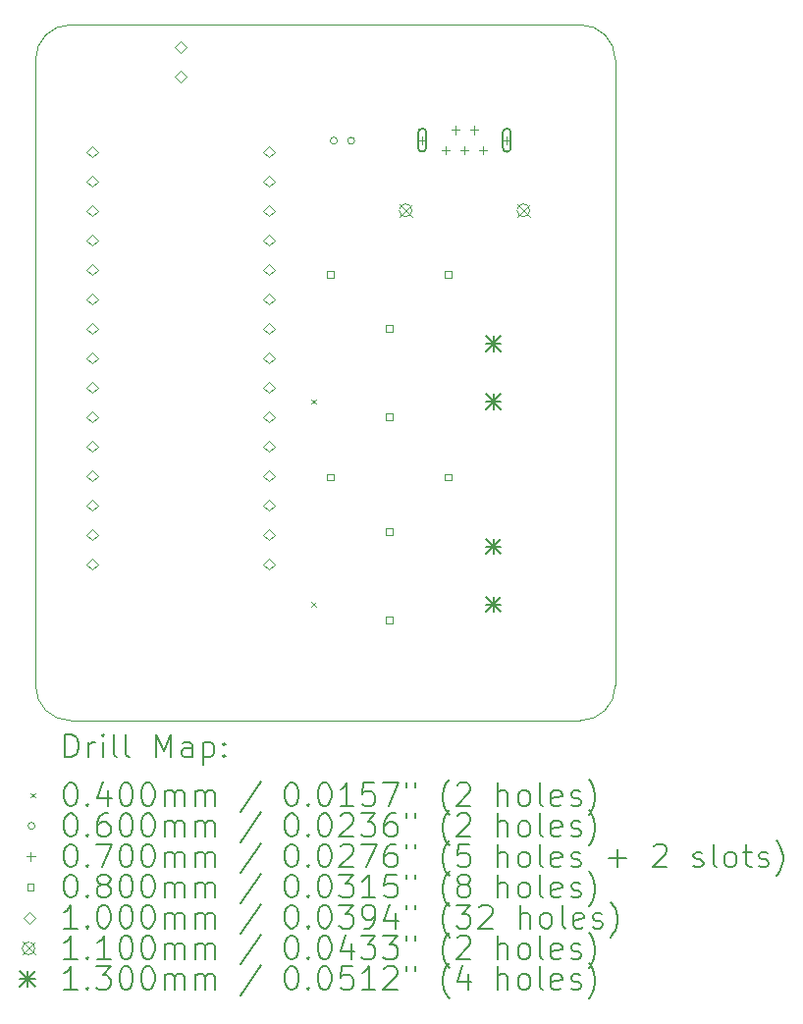
<source format=gbr>
%TF.GenerationSoftware,KiCad,Pcbnew,7.0.5*%
%TF.CreationDate,2023-08-09T22:54:27+08:00*%
%TF.ProjectId,taiko_vibrator,7461696b-6f5f-4766-9962-7261746f722e,rev?*%
%TF.SameCoordinates,PX4524320PY42c1d80*%
%TF.FileFunction,Drillmap*%
%TF.FilePolarity,Positive*%
%FSLAX45Y45*%
G04 Gerber Fmt 4.5, Leading zero omitted, Abs format (unit mm)*
G04 Created by KiCad (PCBNEW 7.0.5) date 2023-08-09 22:54:27*
%MOMM*%
%LPD*%
G01*
G04 APERTURE LIST*
%ADD10C,0.100000*%
%ADD11C,0.200000*%
%ADD12C,0.040000*%
%ADD13C,0.060000*%
%ADD14C,0.070000*%
%ADD15C,0.080000*%
%ADD16C,0.110000*%
%ADD17C,0.130000*%
G04 APERTURE END LIST*
D10*
X2200000Y-3000000D02*
G75*
G03*
X2500000Y-2700000I0J300000D01*
G01*
X-2500000Y-2700000D02*
X-2500000Y2700000D01*
X2500000Y2700000D02*
G75*
G03*
X2200000Y3000000I-300000J0D01*
G01*
X2200000Y-3000000D02*
X-2200000Y-3000000D01*
X-2200000Y3000000D02*
G75*
G03*
X-2500000Y2700000I0J-300000D01*
G01*
X-2500000Y-2700000D02*
G75*
G03*
X-2200000Y-3000000I300000J0D01*
G01*
X-2200000Y3000000D02*
X2200000Y3000000D01*
X2500000Y2700000D02*
X2500000Y-2700000D01*
D11*
D12*
X-120000Y-230000D02*
X-80000Y-270000D01*
X-80000Y-230000D02*
X-120000Y-270000D01*
X-120000Y-1980000D02*
X-80000Y-2020000D01*
X-80000Y-1980000D02*
X-120000Y-2020000D01*
D13*
X102260Y2000000D02*
G75*
G03*
X102260Y2000000I-30000J0D01*
G01*
X252260Y2000000D02*
G75*
G03*
X252260Y2000000I-30000J0D01*
G01*
D14*
X835000Y2040000D02*
X835000Y1970000D01*
X800000Y2005000D02*
X870000Y2005000D01*
D11*
X800000Y2070000D02*
X800000Y1940000D01*
X800000Y1940000D02*
G75*
G03*
X870000Y1940000I35000J0D01*
G01*
X870000Y1940000D02*
X870000Y2070000D01*
X870000Y2070000D02*
G75*
G03*
X800000Y2070000I-35000J0D01*
G01*
D14*
X1040000Y1952500D02*
X1040000Y1882500D01*
X1005000Y1917500D02*
X1075000Y1917500D01*
X1120000Y2127500D02*
X1120000Y2057500D01*
X1085000Y2092500D02*
X1155000Y2092500D01*
X1200000Y1952500D02*
X1200000Y1882500D01*
X1165000Y1917500D02*
X1235000Y1917500D01*
X1280000Y2127500D02*
X1280000Y2057500D01*
X1245000Y2092500D02*
X1315000Y2092500D01*
X1360000Y1952500D02*
X1360000Y1882500D01*
X1325000Y1917500D02*
X1395000Y1917500D01*
X1565000Y2040000D02*
X1565000Y1970000D01*
X1530000Y2005000D02*
X1600000Y2005000D01*
D11*
X1530000Y2070000D02*
X1530000Y1940000D01*
X1530000Y1940000D02*
G75*
G03*
X1600000Y1940000I35000J0D01*
G01*
X1600000Y1940000D02*
X1600000Y2070000D01*
X1600000Y2070000D02*
G75*
G03*
X1530000Y2070000I-35000J0D01*
G01*
D15*
X70285Y821715D02*
X70285Y878284D01*
X13715Y878284D01*
X13715Y821715D01*
X70285Y821715D01*
X70285Y-928284D02*
X70285Y-871715D01*
X13715Y-871715D01*
X13715Y-928284D01*
X70285Y-928284D01*
X578285Y352715D02*
X578285Y409284D01*
X521715Y409284D01*
X521715Y352715D01*
X578285Y352715D01*
X578285Y-409284D02*
X578285Y-352715D01*
X521715Y-352715D01*
X521715Y-409284D01*
X578285Y-409284D01*
X578285Y-1397285D02*
X578285Y-1340716D01*
X521715Y-1340716D01*
X521715Y-1397285D01*
X578285Y-1397285D01*
X578285Y-2159285D02*
X578285Y-2102716D01*
X521715Y-2102716D01*
X521715Y-2159285D01*
X578285Y-2159285D01*
X1086285Y821715D02*
X1086285Y878284D01*
X1029715Y878284D01*
X1029715Y821715D01*
X1086285Y821715D01*
X1086285Y-928284D02*
X1086285Y-871715D01*
X1029715Y-871715D01*
X1029715Y-928284D01*
X1086285Y-928284D01*
D10*
X-2011000Y1855000D02*
X-1961000Y1905000D01*
X-2011000Y1955000D01*
X-2061000Y1905000D01*
X-2011000Y1855000D01*
X-2011000Y1601000D02*
X-1961000Y1651000D01*
X-2011000Y1701000D01*
X-2061000Y1651000D01*
X-2011000Y1601000D01*
X-2011000Y1347000D02*
X-1961000Y1397000D01*
X-2011000Y1447000D01*
X-2061000Y1397000D01*
X-2011000Y1347000D01*
X-2011000Y1093000D02*
X-1961000Y1143000D01*
X-2011000Y1193000D01*
X-2061000Y1143000D01*
X-2011000Y1093000D01*
X-2011000Y839000D02*
X-1961000Y889000D01*
X-2011000Y939000D01*
X-2061000Y889000D01*
X-2011000Y839000D01*
X-2011000Y585000D02*
X-1961000Y635000D01*
X-2011000Y685000D01*
X-2061000Y635000D01*
X-2011000Y585000D01*
X-2011000Y331000D02*
X-1961000Y381000D01*
X-2011000Y431000D01*
X-2061000Y381000D01*
X-2011000Y331000D01*
X-2011000Y77000D02*
X-1961000Y127000D01*
X-2011000Y177000D01*
X-2061000Y127000D01*
X-2011000Y77000D01*
X-2011000Y-177000D02*
X-1961000Y-127000D01*
X-2011000Y-77000D01*
X-2061000Y-127000D01*
X-2011000Y-177000D01*
X-2011000Y-431000D02*
X-1961000Y-381000D01*
X-2011000Y-331000D01*
X-2061000Y-381000D01*
X-2011000Y-431000D01*
X-2011000Y-685000D02*
X-1961000Y-635000D01*
X-2011000Y-585000D01*
X-2061000Y-635000D01*
X-2011000Y-685000D01*
X-2011000Y-939000D02*
X-1961000Y-889000D01*
X-2011000Y-839000D01*
X-2061000Y-889000D01*
X-2011000Y-939000D01*
X-2011000Y-1193000D02*
X-1961000Y-1143000D01*
X-2011000Y-1093000D01*
X-2061000Y-1143000D01*
X-2011000Y-1193000D01*
X-2011000Y-1447000D02*
X-1961000Y-1397000D01*
X-2011000Y-1347000D01*
X-2061000Y-1397000D01*
X-2011000Y-1447000D01*
X-2011000Y-1701000D02*
X-1961000Y-1651000D01*
X-2011000Y-1601000D01*
X-2061000Y-1651000D01*
X-2011000Y-1701000D01*
X-1250000Y2754000D02*
X-1200000Y2804000D01*
X-1250000Y2854000D01*
X-1300000Y2804000D01*
X-1250000Y2754000D01*
X-1250000Y2500000D02*
X-1200000Y2550000D01*
X-1250000Y2600000D01*
X-1300000Y2550000D01*
X-1250000Y2500000D01*
X-487000Y1855000D02*
X-437000Y1905000D01*
X-487000Y1955000D01*
X-537000Y1905000D01*
X-487000Y1855000D01*
X-487000Y1601000D02*
X-437000Y1651000D01*
X-487000Y1701000D01*
X-537000Y1651000D01*
X-487000Y1601000D01*
X-487000Y1347000D02*
X-437000Y1397000D01*
X-487000Y1447000D01*
X-537000Y1397000D01*
X-487000Y1347000D01*
X-487000Y1093000D02*
X-437000Y1143000D01*
X-487000Y1193000D01*
X-537000Y1143000D01*
X-487000Y1093000D01*
X-487000Y839000D02*
X-437000Y889000D01*
X-487000Y939000D01*
X-537000Y889000D01*
X-487000Y839000D01*
X-487000Y585000D02*
X-437000Y635000D01*
X-487000Y685000D01*
X-537000Y635000D01*
X-487000Y585000D01*
X-487000Y331000D02*
X-437000Y381000D01*
X-487000Y431000D01*
X-537000Y381000D01*
X-487000Y331000D01*
X-487000Y77000D02*
X-437000Y127000D01*
X-487000Y177000D01*
X-537000Y127000D01*
X-487000Y77000D01*
X-487000Y-177000D02*
X-437000Y-127000D01*
X-487000Y-77000D01*
X-537000Y-127000D01*
X-487000Y-177000D01*
X-487000Y-431000D02*
X-437000Y-381000D01*
X-487000Y-331000D01*
X-537000Y-381000D01*
X-487000Y-431000D01*
X-487000Y-685000D02*
X-437000Y-635000D01*
X-487000Y-585000D01*
X-537000Y-635000D01*
X-487000Y-685000D01*
X-487000Y-939000D02*
X-437000Y-889000D01*
X-487000Y-839000D01*
X-537000Y-889000D01*
X-487000Y-939000D01*
X-487000Y-1193000D02*
X-437000Y-1143000D01*
X-487000Y-1093000D01*
X-537000Y-1143000D01*
X-487000Y-1193000D01*
X-487000Y-1447000D02*
X-437000Y-1397000D01*
X-487000Y-1347000D01*
X-537000Y-1397000D01*
X-487000Y-1447000D01*
X-487000Y-1701000D02*
X-437000Y-1651000D01*
X-487000Y-1601000D01*
X-537000Y-1651000D01*
X-487000Y-1701000D01*
D16*
X637000Y1455000D02*
X747000Y1345000D01*
X747000Y1455000D02*
X637000Y1345000D01*
X747000Y1400000D02*
G75*
G03*
X747000Y1400000I-55000J0D01*
G01*
X1653000Y1455000D02*
X1763000Y1345000D01*
X1763000Y1455000D02*
X1653000Y1345000D01*
X1763000Y1400000D02*
G75*
G03*
X1763000Y1400000I-55000J0D01*
G01*
D17*
X1385000Y315000D02*
X1515000Y185000D01*
X1515000Y315000D02*
X1385000Y185000D01*
X1450000Y315000D02*
X1450000Y185000D01*
X1385000Y250000D02*
X1515000Y250000D01*
X1385000Y-185000D02*
X1515000Y-315000D01*
X1515000Y-185000D02*
X1385000Y-315000D01*
X1450000Y-185000D02*
X1450000Y-315000D01*
X1385000Y-250000D02*
X1515000Y-250000D01*
X1385000Y-1435000D02*
X1515000Y-1565000D01*
X1515000Y-1435000D02*
X1385000Y-1565000D01*
X1450000Y-1435000D02*
X1450000Y-1565000D01*
X1385000Y-1500000D02*
X1515000Y-1500000D01*
X1385000Y-1935000D02*
X1515000Y-2065000D01*
X1515000Y-1935000D02*
X1385000Y-2065000D01*
X1450000Y-1935000D02*
X1450000Y-2065000D01*
X1385000Y-2000000D02*
X1515000Y-2000000D01*
D11*
X-2244223Y-3316484D02*
X-2244223Y-3116484D01*
X-2244223Y-3116484D02*
X-2196604Y-3116484D01*
X-2196604Y-3116484D02*
X-2168033Y-3126008D01*
X-2168033Y-3126008D02*
X-2148985Y-3145055D01*
X-2148985Y-3145055D02*
X-2139461Y-3164103D01*
X-2139461Y-3164103D02*
X-2129938Y-3202198D01*
X-2129938Y-3202198D02*
X-2129938Y-3230769D01*
X-2129938Y-3230769D02*
X-2139461Y-3268865D01*
X-2139461Y-3268865D02*
X-2148985Y-3287912D01*
X-2148985Y-3287912D02*
X-2168033Y-3306960D01*
X-2168033Y-3306960D02*
X-2196604Y-3316484D01*
X-2196604Y-3316484D02*
X-2244223Y-3316484D01*
X-2044223Y-3316484D02*
X-2044223Y-3183150D01*
X-2044223Y-3221246D02*
X-2034699Y-3202198D01*
X-2034699Y-3202198D02*
X-2025176Y-3192674D01*
X-2025176Y-3192674D02*
X-2006128Y-3183150D01*
X-2006128Y-3183150D02*
X-1987080Y-3183150D01*
X-1920414Y-3316484D02*
X-1920414Y-3183150D01*
X-1920414Y-3116484D02*
X-1929937Y-3126008D01*
X-1929937Y-3126008D02*
X-1920414Y-3135531D01*
X-1920414Y-3135531D02*
X-1910890Y-3126008D01*
X-1910890Y-3126008D02*
X-1920414Y-3116484D01*
X-1920414Y-3116484D02*
X-1920414Y-3135531D01*
X-1796604Y-3316484D02*
X-1815652Y-3306960D01*
X-1815652Y-3306960D02*
X-1825176Y-3287912D01*
X-1825176Y-3287912D02*
X-1825176Y-3116484D01*
X-1691842Y-3316484D02*
X-1710890Y-3306960D01*
X-1710890Y-3306960D02*
X-1720414Y-3287912D01*
X-1720414Y-3287912D02*
X-1720414Y-3116484D01*
X-1463271Y-3316484D02*
X-1463271Y-3116484D01*
X-1463271Y-3116484D02*
X-1396604Y-3259341D01*
X-1396604Y-3259341D02*
X-1329938Y-3116484D01*
X-1329938Y-3116484D02*
X-1329938Y-3316484D01*
X-1148985Y-3316484D02*
X-1148985Y-3211722D01*
X-1148985Y-3211722D02*
X-1158509Y-3192674D01*
X-1158509Y-3192674D02*
X-1177557Y-3183150D01*
X-1177557Y-3183150D02*
X-1215652Y-3183150D01*
X-1215652Y-3183150D02*
X-1234699Y-3192674D01*
X-1148985Y-3306960D02*
X-1168033Y-3316484D01*
X-1168033Y-3316484D02*
X-1215652Y-3316484D01*
X-1215652Y-3316484D02*
X-1234699Y-3306960D01*
X-1234699Y-3306960D02*
X-1244223Y-3287912D01*
X-1244223Y-3287912D02*
X-1244223Y-3268865D01*
X-1244223Y-3268865D02*
X-1234699Y-3249817D01*
X-1234699Y-3249817D02*
X-1215652Y-3240293D01*
X-1215652Y-3240293D02*
X-1168033Y-3240293D01*
X-1168033Y-3240293D02*
X-1148985Y-3230769D01*
X-1053747Y-3183150D02*
X-1053747Y-3383150D01*
X-1053747Y-3192674D02*
X-1034699Y-3183150D01*
X-1034699Y-3183150D02*
X-996604Y-3183150D01*
X-996604Y-3183150D02*
X-977556Y-3192674D01*
X-977556Y-3192674D02*
X-968033Y-3202198D01*
X-968033Y-3202198D02*
X-958509Y-3221246D01*
X-958509Y-3221246D02*
X-958509Y-3278388D01*
X-958509Y-3278388D02*
X-968033Y-3297436D01*
X-968033Y-3297436D02*
X-977556Y-3306960D01*
X-977556Y-3306960D02*
X-996604Y-3316484D01*
X-996604Y-3316484D02*
X-1034699Y-3316484D01*
X-1034699Y-3316484D02*
X-1053747Y-3306960D01*
X-872795Y-3297436D02*
X-863271Y-3306960D01*
X-863271Y-3306960D02*
X-872795Y-3316484D01*
X-872795Y-3316484D02*
X-882318Y-3306960D01*
X-882318Y-3306960D02*
X-872795Y-3297436D01*
X-872795Y-3297436D02*
X-872795Y-3316484D01*
X-872795Y-3192674D02*
X-863271Y-3202198D01*
X-863271Y-3202198D02*
X-872795Y-3211722D01*
X-872795Y-3211722D02*
X-882318Y-3202198D01*
X-882318Y-3202198D02*
X-872795Y-3192674D01*
X-872795Y-3192674D02*
X-872795Y-3211722D01*
D12*
X-2545000Y-3625000D02*
X-2505000Y-3665000D01*
X-2505000Y-3625000D02*
X-2545000Y-3665000D01*
D11*
X-2206128Y-3536484D02*
X-2187080Y-3536484D01*
X-2187080Y-3536484D02*
X-2168033Y-3546008D01*
X-2168033Y-3546008D02*
X-2158509Y-3555531D01*
X-2158509Y-3555531D02*
X-2148985Y-3574579D01*
X-2148985Y-3574579D02*
X-2139461Y-3612674D01*
X-2139461Y-3612674D02*
X-2139461Y-3660293D01*
X-2139461Y-3660293D02*
X-2148985Y-3698388D01*
X-2148985Y-3698388D02*
X-2158509Y-3717436D01*
X-2158509Y-3717436D02*
X-2168033Y-3726960D01*
X-2168033Y-3726960D02*
X-2187080Y-3736484D01*
X-2187080Y-3736484D02*
X-2206128Y-3736484D01*
X-2206128Y-3736484D02*
X-2225176Y-3726960D01*
X-2225176Y-3726960D02*
X-2234699Y-3717436D01*
X-2234699Y-3717436D02*
X-2244223Y-3698388D01*
X-2244223Y-3698388D02*
X-2253747Y-3660293D01*
X-2253747Y-3660293D02*
X-2253747Y-3612674D01*
X-2253747Y-3612674D02*
X-2244223Y-3574579D01*
X-2244223Y-3574579D02*
X-2234699Y-3555531D01*
X-2234699Y-3555531D02*
X-2225176Y-3546008D01*
X-2225176Y-3546008D02*
X-2206128Y-3536484D01*
X-2053747Y-3717436D02*
X-2044223Y-3726960D01*
X-2044223Y-3726960D02*
X-2053747Y-3736484D01*
X-2053747Y-3736484D02*
X-2063271Y-3726960D01*
X-2063271Y-3726960D02*
X-2053747Y-3717436D01*
X-2053747Y-3717436D02*
X-2053747Y-3736484D01*
X-1872795Y-3603150D02*
X-1872795Y-3736484D01*
X-1920414Y-3526960D02*
X-1968033Y-3669817D01*
X-1968033Y-3669817D02*
X-1844223Y-3669817D01*
X-1729937Y-3536484D02*
X-1710890Y-3536484D01*
X-1710890Y-3536484D02*
X-1691842Y-3546008D01*
X-1691842Y-3546008D02*
X-1682318Y-3555531D01*
X-1682318Y-3555531D02*
X-1672795Y-3574579D01*
X-1672795Y-3574579D02*
X-1663271Y-3612674D01*
X-1663271Y-3612674D02*
X-1663271Y-3660293D01*
X-1663271Y-3660293D02*
X-1672795Y-3698388D01*
X-1672795Y-3698388D02*
X-1682318Y-3717436D01*
X-1682318Y-3717436D02*
X-1691842Y-3726960D01*
X-1691842Y-3726960D02*
X-1710890Y-3736484D01*
X-1710890Y-3736484D02*
X-1729937Y-3736484D01*
X-1729937Y-3736484D02*
X-1748985Y-3726960D01*
X-1748985Y-3726960D02*
X-1758509Y-3717436D01*
X-1758509Y-3717436D02*
X-1768033Y-3698388D01*
X-1768033Y-3698388D02*
X-1777556Y-3660293D01*
X-1777556Y-3660293D02*
X-1777556Y-3612674D01*
X-1777556Y-3612674D02*
X-1768033Y-3574579D01*
X-1768033Y-3574579D02*
X-1758509Y-3555531D01*
X-1758509Y-3555531D02*
X-1748985Y-3546008D01*
X-1748985Y-3546008D02*
X-1729937Y-3536484D01*
X-1539461Y-3536484D02*
X-1520414Y-3536484D01*
X-1520414Y-3536484D02*
X-1501366Y-3546008D01*
X-1501366Y-3546008D02*
X-1491842Y-3555531D01*
X-1491842Y-3555531D02*
X-1482318Y-3574579D01*
X-1482318Y-3574579D02*
X-1472795Y-3612674D01*
X-1472795Y-3612674D02*
X-1472795Y-3660293D01*
X-1472795Y-3660293D02*
X-1482318Y-3698388D01*
X-1482318Y-3698388D02*
X-1491842Y-3717436D01*
X-1491842Y-3717436D02*
X-1501366Y-3726960D01*
X-1501366Y-3726960D02*
X-1520414Y-3736484D01*
X-1520414Y-3736484D02*
X-1539461Y-3736484D01*
X-1539461Y-3736484D02*
X-1558509Y-3726960D01*
X-1558509Y-3726960D02*
X-1568033Y-3717436D01*
X-1568033Y-3717436D02*
X-1577556Y-3698388D01*
X-1577556Y-3698388D02*
X-1587080Y-3660293D01*
X-1587080Y-3660293D02*
X-1587080Y-3612674D01*
X-1587080Y-3612674D02*
X-1577556Y-3574579D01*
X-1577556Y-3574579D02*
X-1568033Y-3555531D01*
X-1568033Y-3555531D02*
X-1558509Y-3546008D01*
X-1558509Y-3546008D02*
X-1539461Y-3536484D01*
X-1387080Y-3736484D02*
X-1387080Y-3603150D01*
X-1387080Y-3622198D02*
X-1377557Y-3612674D01*
X-1377557Y-3612674D02*
X-1358509Y-3603150D01*
X-1358509Y-3603150D02*
X-1329937Y-3603150D01*
X-1329937Y-3603150D02*
X-1310890Y-3612674D01*
X-1310890Y-3612674D02*
X-1301366Y-3631722D01*
X-1301366Y-3631722D02*
X-1301366Y-3736484D01*
X-1301366Y-3631722D02*
X-1291842Y-3612674D01*
X-1291842Y-3612674D02*
X-1272795Y-3603150D01*
X-1272795Y-3603150D02*
X-1244223Y-3603150D01*
X-1244223Y-3603150D02*
X-1225176Y-3612674D01*
X-1225176Y-3612674D02*
X-1215652Y-3631722D01*
X-1215652Y-3631722D02*
X-1215652Y-3736484D01*
X-1120414Y-3736484D02*
X-1120414Y-3603150D01*
X-1120414Y-3622198D02*
X-1110890Y-3612674D01*
X-1110890Y-3612674D02*
X-1091842Y-3603150D01*
X-1091842Y-3603150D02*
X-1063271Y-3603150D01*
X-1063271Y-3603150D02*
X-1044223Y-3612674D01*
X-1044223Y-3612674D02*
X-1034699Y-3631722D01*
X-1034699Y-3631722D02*
X-1034699Y-3736484D01*
X-1034699Y-3631722D02*
X-1025175Y-3612674D01*
X-1025175Y-3612674D02*
X-1006128Y-3603150D01*
X-1006128Y-3603150D02*
X-977556Y-3603150D01*
X-977556Y-3603150D02*
X-958509Y-3612674D01*
X-958509Y-3612674D02*
X-948985Y-3631722D01*
X-948985Y-3631722D02*
X-948985Y-3736484D01*
X-558509Y-3526960D02*
X-729937Y-3784103D01*
X-301366Y-3536484D02*
X-282318Y-3536484D01*
X-282318Y-3536484D02*
X-263271Y-3546008D01*
X-263271Y-3546008D02*
X-253747Y-3555531D01*
X-253747Y-3555531D02*
X-244223Y-3574579D01*
X-244223Y-3574579D02*
X-234699Y-3612674D01*
X-234699Y-3612674D02*
X-234699Y-3660293D01*
X-234699Y-3660293D02*
X-244223Y-3698388D01*
X-244223Y-3698388D02*
X-253747Y-3717436D01*
X-253747Y-3717436D02*
X-263271Y-3726960D01*
X-263271Y-3726960D02*
X-282318Y-3736484D01*
X-282318Y-3736484D02*
X-301366Y-3736484D01*
X-301366Y-3736484D02*
X-320414Y-3726960D01*
X-320414Y-3726960D02*
X-329937Y-3717436D01*
X-329937Y-3717436D02*
X-339461Y-3698388D01*
X-339461Y-3698388D02*
X-348985Y-3660293D01*
X-348985Y-3660293D02*
X-348985Y-3612674D01*
X-348985Y-3612674D02*
X-339461Y-3574579D01*
X-339461Y-3574579D02*
X-329937Y-3555531D01*
X-329937Y-3555531D02*
X-320414Y-3546008D01*
X-320414Y-3546008D02*
X-301366Y-3536484D01*
X-148985Y-3717436D02*
X-139461Y-3726960D01*
X-139461Y-3726960D02*
X-148985Y-3736484D01*
X-148985Y-3736484D02*
X-158509Y-3726960D01*
X-158509Y-3726960D02*
X-148985Y-3717436D01*
X-148985Y-3717436D02*
X-148985Y-3736484D01*
X-15652Y-3536484D02*
X3396Y-3536484D01*
X3396Y-3536484D02*
X22444Y-3546008D01*
X22444Y-3546008D02*
X31967Y-3555531D01*
X31967Y-3555531D02*
X41491Y-3574579D01*
X41491Y-3574579D02*
X51015Y-3612674D01*
X51015Y-3612674D02*
X51015Y-3660293D01*
X51015Y-3660293D02*
X41491Y-3698388D01*
X41491Y-3698388D02*
X31967Y-3717436D01*
X31967Y-3717436D02*
X22444Y-3726960D01*
X22444Y-3726960D02*
X3396Y-3736484D01*
X3396Y-3736484D02*
X-15652Y-3736484D01*
X-15652Y-3736484D02*
X-34699Y-3726960D01*
X-34699Y-3726960D02*
X-44223Y-3717436D01*
X-44223Y-3717436D02*
X-53747Y-3698388D01*
X-53747Y-3698388D02*
X-63271Y-3660293D01*
X-63271Y-3660293D02*
X-63271Y-3612674D01*
X-63271Y-3612674D02*
X-53747Y-3574579D01*
X-53747Y-3574579D02*
X-44223Y-3555531D01*
X-44223Y-3555531D02*
X-34699Y-3546008D01*
X-34699Y-3546008D02*
X-15652Y-3536484D01*
X241491Y-3736484D02*
X127206Y-3736484D01*
X184348Y-3736484D02*
X184348Y-3536484D01*
X184348Y-3536484D02*
X165301Y-3565055D01*
X165301Y-3565055D02*
X146253Y-3584103D01*
X146253Y-3584103D02*
X127206Y-3593627D01*
X422444Y-3536484D02*
X327206Y-3536484D01*
X327206Y-3536484D02*
X317682Y-3631722D01*
X317682Y-3631722D02*
X327206Y-3622198D01*
X327206Y-3622198D02*
X346253Y-3612674D01*
X346253Y-3612674D02*
X393872Y-3612674D01*
X393872Y-3612674D02*
X412920Y-3622198D01*
X412920Y-3622198D02*
X422444Y-3631722D01*
X422444Y-3631722D02*
X431967Y-3650769D01*
X431967Y-3650769D02*
X431967Y-3698388D01*
X431967Y-3698388D02*
X422444Y-3717436D01*
X422444Y-3717436D02*
X412920Y-3726960D01*
X412920Y-3726960D02*
X393872Y-3736484D01*
X393872Y-3736484D02*
X346253Y-3736484D01*
X346253Y-3736484D02*
X327206Y-3726960D01*
X327206Y-3726960D02*
X317682Y-3717436D01*
X498634Y-3536484D02*
X631968Y-3536484D01*
X631968Y-3536484D02*
X546253Y-3736484D01*
X698634Y-3536484D02*
X698634Y-3574579D01*
X774825Y-3536484D02*
X774825Y-3574579D01*
X1070063Y-3812674D02*
X1060539Y-3803150D01*
X1060539Y-3803150D02*
X1041491Y-3774579D01*
X1041491Y-3774579D02*
X1031968Y-3755531D01*
X1031968Y-3755531D02*
X1022444Y-3726960D01*
X1022444Y-3726960D02*
X1012920Y-3679341D01*
X1012920Y-3679341D02*
X1012920Y-3641246D01*
X1012920Y-3641246D02*
X1022444Y-3593627D01*
X1022444Y-3593627D02*
X1031968Y-3565055D01*
X1031968Y-3565055D02*
X1041491Y-3546008D01*
X1041491Y-3546008D02*
X1060539Y-3517436D01*
X1060539Y-3517436D02*
X1070063Y-3507912D01*
X1136730Y-3555531D02*
X1146253Y-3546008D01*
X1146253Y-3546008D02*
X1165301Y-3536484D01*
X1165301Y-3536484D02*
X1212920Y-3536484D01*
X1212920Y-3536484D02*
X1231968Y-3546008D01*
X1231968Y-3546008D02*
X1241491Y-3555531D01*
X1241491Y-3555531D02*
X1251015Y-3574579D01*
X1251015Y-3574579D02*
X1251015Y-3593627D01*
X1251015Y-3593627D02*
X1241491Y-3622198D01*
X1241491Y-3622198D02*
X1127206Y-3736484D01*
X1127206Y-3736484D02*
X1251015Y-3736484D01*
X1489110Y-3736484D02*
X1489110Y-3536484D01*
X1574825Y-3736484D02*
X1574825Y-3631722D01*
X1574825Y-3631722D02*
X1565301Y-3612674D01*
X1565301Y-3612674D02*
X1546253Y-3603150D01*
X1546253Y-3603150D02*
X1517682Y-3603150D01*
X1517682Y-3603150D02*
X1498634Y-3612674D01*
X1498634Y-3612674D02*
X1489110Y-3622198D01*
X1698634Y-3736484D02*
X1679587Y-3726960D01*
X1679587Y-3726960D02*
X1670063Y-3717436D01*
X1670063Y-3717436D02*
X1660539Y-3698388D01*
X1660539Y-3698388D02*
X1660539Y-3641246D01*
X1660539Y-3641246D02*
X1670063Y-3622198D01*
X1670063Y-3622198D02*
X1679587Y-3612674D01*
X1679587Y-3612674D02*
X1698634Y-3603150D01*
X1698634Y-3603150D02*
X1727206Y-3603150D01*
X1727206Y-3603150D02*
X1746253Y-3612674D01*
X1746253Y-3612674D02*
X1755777Y-3622198D01*
X1755777Y-3622198D02*
X1765301Y-3641246D01*
X1765301Y-3641246D02*
X1765301Y-3698388D01*
X1765301Y-3698388D02*
X1755777Y-3717436D01*
X1755777Y-3717436D02*
X1746253Y-3726960D01*
X1746253Y-3726960D02*
X1727206Y-3736484D01*
X1727206Y-3736484D02*
X1698634Y-3736484D01*
X1879587Y-3736484D02*
X1860539Y-3726960D01*
X1860539Y-3726960D02*
X1851015Y-3707912D01*
X1851015Y-3707912D02*
X1851015Y-3536484D01*
X2031968Y-3726960D02*
X2012920Y-3736484D01*
X2012920Y-3736484D02*
X1974825Y-3736484D01*
X1974825Y-3736484D02*
X1955777Y-3726960D01*
X1955777Y-3726960D02*
X1946253Y-3707912D01*
X1946253Y-3707912D02*
X1946253Y-3631722D01*
X1946253Y-3631722D02*
X1955777Y-3612674D01*
X1955777Y-3612674D02*
X1974825Y-3603150D01*
X1974825Y-3603150D02*
X2012920Y-3603150D01*
X2012920Y-3603150D02*
X2031968Y-3612674D01*
X2031968Y-3612674D02*
X2041491Y-3631722D01*
X2041491Y-3631722D02*
X2041491Y-3650769D01*
X2041491Y-3650769D02*
X1946253Y-3669817D01*
X2117682Y-3726960D02*
X2136730Y-3736484D01*
X2136730Y-3736484D02*
X2174825Y-3736484D01*
X2174825Y-3736484D02*
X2193873Y-3726960D01*
X2193873Y-3726960D02*
X2203396Y-3707912D01*
X2203396Y-3707912D02*
X2203396Y-3698388D01*
X2203396Y-3698388D02*
X2193873Y-3679341D01*
X2193873Y-3679341D02*
X2174825Y-3669817D01*
X2174825Y-3669817D02*
X2146253Y-3669817D01*
X2146253Y-3669817D02*
X2127206Y-3660293D01*
X2127206Y-3660293D02*
X2117682Y-3641246D01*
X2117682Y-3641246D02*
X2117682Y-3631722D01*
X2117682Y-3631722D02*
X2127206Y-3612674D01*
X2127206Y-3612674D02*
X2146253Y-3603150D01*
X2146253Y-3603150D02*
X2174825Y-3603150D01*
X2174825Y-3603150D02*
X2193873Y-3612674D01*
X2270063Y-3812674D02*
X2279587Y-3803150D01*
X2279587Y-3803150D02*
X2298634Y-3774579D01*
X2298634Y-3774579D02*
X2308158Y-3755531D01*
X2308158Y-3755531D02*
X2317682Y-3726960D01*
X2317682Y-3726960D02*
X2327206Y-3679341D01*
X2327206Y-3679341D02*
X2327206Y-3641246D01*
X2327206Y-3641246D02*
X2317682Y-3593627D01*
X2317682Y-3593627D02*
X2308158Y-3565055D01*
X2308158Y-3565055D02*
X2298634Y-3546008D01*
X2298634Y-3546008D02*
X2279587Y-3517436D01*
X2279587Y-3517436D02*
X2270063Y-3507912D01*
D13*
X-2505000Y-3909000D02*
G75*
G03*
X-2505000Y-3909000I-30000J0D01*
G01*
D11*
X-2206128Y-3800484D02*
X-2187080Y-3800484D01*
X-2187080Y-3800484D02*
X-2168033Y-3810008D01*
X-2168033Y-3810008D02*
X-2158509Y-3819531D01*
X-2158509Y-3819531D02*
X-2148985Y-3838579D01*
X-2148985Y-3838579D02*
X-2139461Y-3876674D01*
X-2139461Y-3876674D02*
X-2139461Y-3924293D01*
X-2139461Y-3924293D02*
X-2148985Y-3962388D01*
X-2148985Y-3962388D02*
X-2158509Y-3981436D01*
X-2158509Y-3981436D02*
X-2168033Y-3990960D01*
X-2168033Y-3990960D02*
X-2187080Y-4000484D01*
X-2187080Y-4000484D02*
X-2206128Y-4000484D01*
X-2206128Y-4000484D02*
X-2225176Y-3990960D01*
X-2225176Y-3990960D02*
X-2234699Y-3981436D01*
X-2234699Y-3981436D02*
X-2244223Y-3962388D01*
X-2244223Y-3962388D02*
X-2253747Y-3924293D01*
X-2253747Y-3924293D02*
X-2253747Y-3876674D01*
X-2253747Y-3876674D02*
X-2244223Y-3838579D01*
X-2244223Y-3838579D02*
X-2234699Y-3819531D01*
X-2234699Y-3819531D02*
X-2225176Y-3810008D01*
X-2225176Y-3810008D02*
X-2206128Y-3800484D01*
X-2053747Y-3981436D02*
X-2044223Y-3990960D01*
X-2044223Y-3990960D02*
X-2053747Y-4000484D01*
X-2053747Y-4000484D02*
X-2063271Y-3990960D01*
X-2063271Y-3990960D02*
X-2053747Y-3981436D01*
X-2053747Y-3981436D02*
X-2053747Y-4000484D01*
X-1872795Y-3800484D02*
X-1910890Y-3800484D01*
X-1910890Y-3800484D02*
X-1929937Y-3810008D01*
X-1929937Y-3810008D02*
X-1939461Y-3819531D01*
X-1939461Y-3819531D02*
X-1958509Y-3848103D01*
X-1958509Y-3848103D02*
X-1968033Y-3886198D01*
X-1968033Y-3886198D02*
X-1968033Y-3962388D01*
X-1968033Y-3962388D02*
X-1958509Y-3981436D01*
X-1958509Y-3981436D02*
X-1948985Y-3990960D01*
X-1948985Y-3990960D02*
X-1929937Y-4000484D01*
X-1929937Y-4000484D02*
X-1891842Y-4000484D01*
X-1891842Y-4000484D02*
X-1872795Y-3990960D01*
X-1872795Y-3990960D02*
X-1863271Y-3981436D01*
X-1863271Y-3981436D02*
X-1853747Y-3962388D01*
X-1853747Y-3962388D02*
X-1853747Y-3914769D01*
X-1853747Y-3914769D02*
X-1863271Y-3895722D01*
X-1863271Y-3895722D02*
X-1872795Y-3886198D01*
X-1872795Y-3886198D02*
X-1891842Y-3876674D01*
X-1891842Y-3876674D02*
X-1929937Y-3876674D01*
X-1929937Y-3876674D02*
X-1948985Y-3886198D01*
X-1948985Y-3886198D02*
X-1958509Y-3895722D01*
X-1958509Y-3895722D02*
X-1968033Y-3914769D01*
X-1729937Y-3800484D02*
X-1710890Y-3800484D01*
X-1710890Y-3800484D02*
X-1691842Y-3810008D01*
X-1691842Y-3810008D02*
X-1682318Y-3819531D01*
X-1682318Y-3819531D02*
X-1672795Y-3838579D01*
X-1672795Y-3838579D02*
X-1663271Y-3876674D01*
X-1663271Y-3876674D02*
X-1663271Y-3924293D01*
X-1663271Y-3924293D02*
X-1672795Y-3962388D01*
X-1672795Y-3962388D02*
X-1682318Y-3981436D01*
X-1682318Y-3981436D02*
X-1691842Y-3990960D01*
X-1691842Y-3990960D02*
X-1710890Y-4000484D01*
X-1710890Y-4000484D02*
X-1729937Y-4000484D01*
X-1729937Y-4000484D02*
X-1748985Y-3990960D01*
X-1748985Y-3990960D02*
X-1758509Y-3981436D01*
X-1758509Y-3981436D02*
X-1768033Y-3962388D01*
X-1768033Y-3962388D02*
X-1777556Y-3924293D01*
X-1777556Y-3924293D02*
X-1777556Y-3876674D01*
X-1777556Y-3876674D02*
X-1768033Y-3838579D01*
X-1768033Y-3838579D02*
X-1758509Y-3819531D01*
X-1758509Y-3819531D02*
X-1748985Y-3810008D01*
X-1748985Y-3810008D02*
X-1729937Y-3800484D01*
X-1539461Y-3800484D02*
X-1520414Y-3800484D01*
X-1520414Y-3800484D02*
X-1501366Y-3810008D01*
X-1501366Y-3810008D02*
X-1491842Y-3819531D01*
X-1491842Y-3819531D02*
X-1482318Y-3838579D01*
X-1482318Y-3838579D02*
X-1472795Y-3876674D01*
X-1472795Y-3876674D02*
X-1472795Y-3924293D01*
X-1472795Y-3924293D02*
X-1482318Y-3962388D01*
X-1482318Y-3962388D02*
X-1491842Y-3981436D01*
X-1491842Y-3981436D02*
X-1501366Y-3990960D01*
X-1501366Y-3990960D02*
X-1520414Y-4000484D01*
X-1520414Y-4000484D02*
X-1539461Y-4000484D01*
X-1539461Y-4000484D02*
X-1558509Y-3990960D01*
X-1558509Y-3990960D02*
X-1568033Y-3981436D01*
X-1568033Y-3981436D02*
X-1577556Y-3962388D01*
X-1577556Y-3962388D02*
X-1587080Y-3924293D01*
X-1587080Y-3924293D02*
X-1587080Y-3876674D01*
X-1587080Y-3876674D02*
X-1577556Y-3838579D01*
X-1577556Y-3838579D02*
X-1568033Y-3819531D01*
X-1568033Y-3819531D02*
X-1558509Y-3810008D01*
X-1558509Y-3810008D02*
X-1539461Y-3800484D01*
X-1387080Y-4000484D02*
X-1387080Y-3867150D01*
X-1387080Y-3886198D02*
X-1377557Y-3876674D01*
X-1377557Y-3876674D02*
X-1358509Y-3867150D01*
X-1358509Y-3867150D02*
X-1329937Y-3867150D01*
X-1329937Y-3867150D02*
X-1310890Y-3876674D01*
X-1310890Y-3876674D02*
X-1301366Y-3895722D01*
X-1301366Y-3895722D02*
X-1301366Y-4000484D01*
X-1301366Y-3895722D02*
X-1291842Y-3876674D01*
X-1291842Y-3876674D02*
X-1272795Y-3867150D01*
X-1272795Y-3867150D02*
X-1244223Y-3867150D01*
X-1244223Y-3867150D02*
X-1225176Y-3876674D01*
X-1225176Y-3876674D02*
X-1215652Y-3895722D01*
X-1215652Y-3895722D02*
X-1215652Y-4000484D01*
X-1120414Y-4000484D02*
X-1120414Y-3867150D01*
X-1120414Y-3886198D02*
X-1110890Y-3876674D01*
X-1110890Y-3876674D02*
X-1091842Y-3867150D01*
X-1091842Y-3867150D02*
X-1063271Y-3867150D01*
X-1063271Y-3867150D02*
X-1044223Y-3876674D01*
X-1044223Y-3876674D02*
X-1034699Y-3895722D01*
X-1034699Y-3895722D02*
X-1034699Y-4000484D01*
X-1034699Y-3895722D02*
X-1025175Y-3876674D01*
X-1025175Y-3876674D02*
X-1006128Y-3867150D01*
X-1006128Y-3867150D02*
X-977556Y-3867150D01*
X-977556Y-3867150D02*
X-958509Y-3876674D01*
X-958509Y-3876674D02*
X-948985Y-3895722D01*
X-948985Y-3895722D02*
X-948985Y-4000484D01*
X-558509Y-3790960D02*
X-729937Y-4048103D01*
X-301366Y-3800484D02*
X-282318Y-3800484D01*
X-282318Y-3800484D02*
X-263271Y-3810008D01*
X-263271Y-3810008D02*
X-253747Y-3819531D01*
X-253747Y-3819531D02*
X-244223Y-3838579D01*
X-244223Y-3838579D02*
X-234699Y-3876674D01*
X-234699Y-3876674D02*
X-234699Y-3924293D01*
X-234699Y-3924293D02*
X-244223Y-3962388D01*
X-244223Y-3962388D02*
X-253747Y-3981436D01*
X-253747Y-3981436D02*
X-263271Y-3990960D01*
X-263271Y-3990960D02*
X-282318Y-4000484D01*
X-282318Y-4000484D02*
X-301366Y-4000484D01*
X-301366Y-4000484D02*
X-320414Y-3990960D01*
X-320414Y-3990960D02*
X-329937Y-3981436D01*
X-329937Y-3981436D02*
X-339461Y-3962388D01*
X-339461Y-3962388D02*
X-348985Y-3924293D01*
X-348985Y-3924293D02*
X-348985Y-3876674D01*
X-348985Y-3876674D02*
X-339461Y-3838579D01*
X-339461Y-3838579D02*
X-329937Y-3819531D01*
X-329937Y-3819531D02*
X-320414Y-3810008D01*
X-320414Y-3810008D02*
X-301366Y-3800484D01*
X-148985Y-3981436D02*
X-139461Y-3990960D01*
X-139461Y-3990960D02*
X-148985Y-4000484D01*
X-148985Y-4000484D02*
X-158509Y-3990960D01*
X-158509Y-3990960D02*
X-148985Y-3981436D01*
X-148985Y-3981436D02*
X-148985Y-4000484D01*
X-15652Y-3800484D02*
X3396Y-3800484D01*
X3396Y-3800484D02*
X22444Y-3810008D01*
X22444Y-3810008D02*
X31967Y-3819531D01*
X31967Y-3819531D02*
X41491Y-3838579D01*
X41491Y-3838579D02*
X51015Y-3876674D01*
X51015Y-3876674D02*
X51015Y-3924293D01*
X51015Y-3924293D02*
X41491Y-3962388D01*
X41491Y-3962388D02*
X31967Y-3981436D01*
X31967Y-3981436D02*
X22444Y-3990960D01*
X22444Y-3990960D02*
X3396Y-4000484D01*
X3396Y-4000484D02*
X-15652Y-4000484D01*
X-15652Y-4000484D02*
X-34699Y-3990960D01*
X-34699Y-3990960D02*
X-44223Y-3981436D01*
X-44223Y-3981436D02*
X-53747Y-3962388D01*
X-53747Y-3962388D02*
X-63271Y-3924293D01*
X-63271Y-3924293D02*
X-63271Y-3876674D01*
X-63271Y-3876674D02*
X-53747Y-3838579D01*
X-53747Y-3838579D02*
X-44223Y-3819531D01*
X-44223Y-3819531D02*
X-34699Y-3810008D01*
X-34699Y-3810008D02*
X-15652Y-3800484D01*
X127206Y-3819531D02*
X136729Y-3810008D01*
X136729Y-3810008D02*
X155777Y-3800484D01*
X155777Y-3800484D02*
X203396Y-3800484D01*
X203396Y-3800484D02*
X222444Y-3810008D01*
X222444Y-3810008D02*
X231967Y-3819531D01*
X231967Y-3819531D02*
X241491Y-3838579D01*
X241491Y-3838579D02*
X241491Y-3857627D01*
X241491Y-3857627D02*
X231967Y-3886198D01*
X231967Y-3886198D02*
X117682Y-4000484D01*
X117682Y-4000484D02*
X241491Y-4000484D01*
X308158Y-3800484D02*
X431967Y-3800484D01*
X431967Y-3800484D02*
X365301Y-3876674D01*
X365301Y-3876674D02*
X393872Y-3876674D01*
X393872Y-3876674D02*
X412920Y-3886198D01*
X412920Y-3886198D02*
X422444Y-3895722D01*
X422444Y-3895722D02*
X431967Y-3914769D01*
X431967Y-3914769D02*
X431967Y-3962388D01*
X431967Y-3962388D02*
X422444Y-3981436D01*
X422444Y-3981436D02*
X412920Y-3990960D01*
X412920Y-3990960D02*
X393872Y-4000484D01*
X393872Y-4000484D02*
X336729Y-4000484D01*
X336729Y-4000484D02*
X317682Y-3990960D01*
X317682Y-3990960D02*
X308158Y-3981436D01*
X603396Y-3800484D02*
X565301Y-3800484D01*
X565301Y-3800484D02*
X546253Y-3810008D01*
X546253Y-3810008D02*
X536729Y-3819531D01*
X536729Y-3819531D02*
X517682Y-3848103D01*
X517682Y-3848103D02*
X508158Y-3886198D01*
X508158Y-3886198D02*
X508158Y-3962388D01*
X508158Y-3962388D02*
X517682Y-3981436D01*
X517682Y-3981436D02*
X527206Y-3990960D01*
X527206Y-3990960D02*
X546253Y-4000484D01*
X546253Y-4000484D02*
X584349Y-4000484D01*
X584349Y-4000484D02*
X603396Y-3990960D01*
X603396Y-3990960D02*
X612920Y-3981436D01*
X612920Y-3981436D02*
X622444Y-3962388D01*
X622444Y-3962388D02*
X622444Y-3914769D01*
X622444Y-3914769D02*
X612920Y-3895722D01*
X612920Y-3895722D02*
X603396Y-3886198D01*
X603396Y-3886198D02*
X584349Y-3876674D01*
X584349Y-3876674D02*
X546253Y-3876674D01*
X546253Y-3876674D02*
X527206Y-3886198D01*
X527206Y-3886198D02*
X517682Y-3895722D01*
X517682Y-3895722D02*
X508158Y-3914769D01*
X698634Y-3800484D02*
X698634Y-3838579D01*
X774825Y-3800484D02*
X774825Y-3838579D01*
X1070063Y-4076674D02*
X1060539Y-4067150D01*
X1060539Y-4067150D02*
X1041491Y-4038579D01*
X1041491Y-4038579D02*
X1031968Y-4019531D01*
X1031968Y-4019531D02*
X1022444Y-3990960D01*
X1022444Y-3990960D02*
X1012920Y-3943341D01*
X1012920Y-3943341D02*
X1012920Y-3905246D01*
X1012920Y-3905246D02*
X1022444Y-3857627D01*
X1022444Y-3857627D02*
X1031968Y-3829055D01*
X1031968Y-3829055D02*
X1041491Y-3810008D01*
X1041491Y-3810008D02*
X1060539Y-3781436D01*
X1060539Y-3781436D02*
X1070063Y-3771912D01*
X1136730Y-3819531D02*
X1146253Y-3810008D01*
X1146253Y-3810008D02*
X1165301Y-3800484D01*
X1165301Y-3800484D02*
X1212920Y-3800484D01*
X1212920Y-3800484D02*
X1231968Y-3810008D01*
X1231968Y-3810008D02*
X1241491Y-3819531D01*
X1241491Y-3819531D02*
X1251015Y-3838579D01*
X1251015Y-3838579D02*
X1251015Y-3857627D01*
X1251015Y-3857627D02*
X1241491Y-3886198D01*
X1241491Y-3886198D02*
X1127206Y-4000484D01*
X1127206Y-4000484D02*
X1251015Y-4000484D01*
X1489110Y-4000484D02*
X1489110Y-3800484D01*
X1574825Y-4000484D02*
X1574825Y-3895722D01*
X1574825Y-3895722D02*
X1565301Y-3876674D01*
X1565301Y-3876674D02*
X1546253Y-3867150D01*
X1546253Y-3867150D02*
X1517682Y-3867150D01*
X1517682Y-3867150D02*
X1498634Y-3876674D01*
X1498634Y-3876674D02*
X1489110Y-3886198D01*
X1698634Y-4000484D02*
X1679587Y-3990960D01*
X1679587Y-3990960D02*
X1670063Y-3981436D01*
X1670063Y-3981436D02*
X1660539Y-3962388D01*
X1660539Y-3962388D02*
X1660539Y-3905246D01*
X1660539Y-3905246D02*
X1670063Y-3886198D01*
X1670063Y-3886198D02*
X1679587Y-3876674D01*
X1679587Y-3876674D02*
X1698634Y-3867150D01*
X1698634Y-3867150D02*
X1727206Y-3867150D01*
X1727206Y-3867150D02*
X1746253Y-3876674D01*
X1746253Y-3876674D02*
X1755777Y-3886198D01*
X1755777Y-3886198D02*
X1765301Y-3905246D01*
X1765301Y-3905246D02*
X1765301Y-3962388D01*
X1765301Y-3962388D02*
X1755777Y-3981436D01*
X1755777Y-3981436D02*
X1746253Y-3990960D01*
X1746253Y-3990960D02*
X1727206Y-4000484D01*
X1727206Y-4000484D02*
X1698634Y-4000484D01*
X1879587Y-4000484D02*
X1860539Y-3990960D01*
X1860539Y-3990960D02*
X1851015Y-3971912D01*
X1851015Y-3971912D02*
X1851015Y-3800484D01*
X2031968Y-3990960D02*
X2012920Y-4000484D01*
X2012920Y-4000484D02*
X1974825Y-4000484D01*
X1974825Y-4000484D02*
X1955777Y-3990960D01*
X1955777Y-3990960D02*
X1946253Y-3971912D01*
X1946253Y-3971912D02*
X1946253Y-3895722D01*
X1946253Y-3895722D02*
X1955777Y-3876674D01*
X1955777Y-3876674D02*
X1974825Y-3867150D01*
X1974825Y-3867150D02*
X2012920Y-3867150D01*
X2012920Y-3867150D02*
X2031968Y-3876674D01*
X2031968Y-3876674D02*
X2041491Y-3895722D01*
X2041491Y-3895722D02*
X2041491Y-3914769D01*
X2041491Y-3914769D02*
X1946253Y-3933817D01*
X2117682Y-3990960D02*
X2136730Y-4000484D01*
X2136730Y-4000484D02*
X2174825Y-4000484D01*
X2174825Y-4000484D02*
X2193873Y-3990960D01*
X2193873Y-3990960D02*
X2203396Y-3971912D01*
X2203396Y-3971912D02*
X2203396Y-3962388D01*
X2203396Y-3962388D02*
X2193873Y-3943341D01*
X2193873Y-3943341D02*
X2174825Y-3933817D01*
X2174825Y-3933817D02*
X2146253Y-3933817D01*
X2146253Y-3933817D02*
X2127206Y-3924293D01*
X2127206Y-3924293D02*
X2117682Y-3905246D01*
X2117682Y-3905246D02*
X2117682Y-3895722D01*
X2117682Y-3895722D02*
X2127206Y-3876674D01*
X2127206Y-3876674D02*
X2146253Y-3867150D01*
X2146253Y-3867150D02*
X2174825Y-3867150D01*
X2174825Y-3867150D02*
X2193873Y-3876674D01*
X2270063Y-4076674D02*
X2279587Y-4067150D01*
X2279587Y-4067150D02*
X2298634Y-4038579D01*
X2298634Y-4038579D02*
X2308158Y-4019531D01*
X2308158Y-4019531D02*
X2317682Y-3990960D01*
X2317682Y-3990960D02*
X2327206Y-3943341D01*
X2327206Y-3943341D02*
X2327206Y-3905246D01*
X2327206Y-3905246D02*
X2317682Y-3857627D01*
X2317682Y-3857627D02*
X2308158Y-3829055D01*
X2308158Y-3829055D02*
X2298634Y-3810008D01*
X2298634Y-3810008D02*
X2279587Y-3781436D01*
X2279587Y-3781436D02*
X2270063Y-3771912D01*
D14*
X-2540000Y-4138000D02*
X-2540000Y-4208000D01*
X-2575000Y-4173000D02*
X-2505000Y-4173000D01*
D11*
X-2206128Y-4064484D02*
X-2187080Y-4064484D01*
X-2187080Y-4064484D02*
X-2168033Y-4074008D01*
X-2168033Y-4074008D02*
X-2158509Y-4083531D01*
X-2158509Y-4083531D02*
X-2148985Y-4102579D01*
X-2148985Y-4102579D02*
X-2139461Y-4140674D01*
X-2139461Y-4140674D02*
X-2139461Y-4188293D01*
X-2139461Y-4188293D02*
X-2148985Y-4226389D01*
X-2148985Y-4226389D02*
X-2158509Y-4245436D01*
X-2158509Y-4245436D02*
X-2168033Y-4254960D01*
X-2168033Y-4254960D02*
X-2187080Y-4264484D01*
X-2187080Y-4264484D02*
X-2206128Y-4264484D01*
X-2206128Y-4264484D02*
X-2225176Y-4254960D01*
X-2225176Y-4254960D02*
X-2234699Y-4245436D01*
X-2234699Y-4245436D02*
X-2244223Y-4226389D01*
X-2244223Y-4226389D02*
X-2253747Y-4188293D01*
X-2253747Y-4188293D02*
X-2253747Y-4140674D01*
X-2253747Y-4140674D02*
X-2244223Y-4102579D01*
X-2244223Y-4102579D02*
X-2234699Y-4083531D01*
X-2234699Y-4083531D02*
X-2225176Y-4074008D01*
X-2225176Y-4074008D02*
X-2206128Y-4064484D01*
X-2053747Y-4245436D02*
X-2044223Y-4254960D01*
X-2044223Y-4254960D02*
X-2053747Y-4264484D01*
X-2053747Y-4264484D02*
X-2063271Y-4254960D01*
X-2063271Y-4254960D02*
X-2053747Y-4245436D01*
X-2053747Y-4245436D02*
X-2053747Y-4264484D01*
X-1977556Y-4064484D02*
X-1844223Y-4064484D01*
X-1844223Y-4064484D02*
X-1929937Y-4264484D01*
X-1729937Y-4064484D02*
X-1710890Y-4064484D01*
X-1710890Y-4064484D02*
X-1691842Y-4074008D01*
X-1691842Y-4074008D02*
X-1682318Y-4083531D01*
X-1682318Y-4083531D02*
X-1672795Y-4102579D01*
X-1672795Y-4102579D02*
X-1663271Y-4140674D01*
X-1663271Y-4140674D02*
X-1663271Y-4188293D01*
X-1663271Y-4188293D02*
X-1672795Y-4226389D01*
X-1672795Y-4226389D02*
X-1682318Y-4245436D01*
X-1682318Y-4245436D02*
X-1691842Y-4254960D01*
X-1691842Y-4254960D02*
X-1710890Y-4264484D01*
X-1710890Y-4264484D02*
X-1729937Y-4264484D01*
X-1729937Y-4264484D02*
X-1748985Y-4254960D01*
X-1748985Y-4254960D02*
X-1758509Y-4245436D01*
X-1758509Y-4245436D02*
X-1768033Y-4226389D01*
X-1768033Y-4226389D02*
X-1777556Y-4188293D01*
X-1777556Y-4188293D02*
X-1777556Y-4140674D01*
X-1777556Y-4140674D02*
X-1768033Y-4102579D01*
X-1768033Y-4102579D02*
X-1758509Y-4083531D01*
X-1758509Y-4083531D02*
X-1748985Y-4074008D01*
X-1748985Y-4074008D02*
X-1729937Y-4064484D01*
X-1539461Y-4064484D02*
X-1520414Y-4064484D01*
X-1520414Y-4064484D02*
X-1501366Y-4074008D01*
X-1501366Y-4074008D02*
X-1491842Y-4083531D01*
X-1491842Y-4083531D02*
X-1482318Y-4102579D01*
X-1482318Y-4102579D02*
X-1472795Y-4140674D01*
X-1472795Y-4140674D02*
X-1472795Y-4188293D01*
X-1472795Y-4188293D02*
X-1482318Y-4226389D01*
X-1482318Y-4226389D02*
X-1491842Y-4245436D01*
X-1491842Y-4245436D02*
X-1501366Y-4254960D01*
X-1501366Y-4254960D02*
X-1520414Y-4264484D01*
X-1520414Y-4264484D02*
X-1539461Y-4264484D01*
X-1539461Y-4264484D02*
X-1558509Y-4254960D01*
X-1558509Y-4254960D02*
X-1568033Y-4245436D01*
X-1568033Y-4245436D02*
X-1577556Y-4226389D01*
X-1577556Y-4226389D02*
X-1587080Y-4188293D01*
X-1587080Y-4188293D02*
X-1587080Y-4140674D01*
X-1587080Y-4140674D02*
X-1577556Y-4102579D01*
X-1577556Y-4102579D02*
X-1568033Y-4083531D01*
X-1568033Y-4083531D02*
X-1558509Y-4074008D01*
X-1558509Y-4074008D02*
X-1539461Y-4064484D01*
X-1387080Y-4264484D02*
X-1387080Y-4131150D01*
X-1387080Y-4150198D02*
X-1377557Y-4140674D01*
X-1377557Y-4140674D02*
X-1358509Y-4131150D01*
X-1358509Y-4131150D02*
X-1329937Y-4131150D01*
X-1329937Y-4131150D02*
X-1310890Y-4140674D01*
X-1310890Y-4140674D02*
X-1301366Y-4159722D01*
X-1301366Y-4159722D02*
X-1301366Y-4264484D01*
X-1301366Y-4159722D02*
X-1291842Y-4140674D01*
X-1291842Y-4140674D02*
X-1272795Y-4131150D01*
X-1272795Y-4131150D02*
X-1244223Y-4131150D01*
X-1244223Y-4131150D02*
X-1225176Y-4140674D01*
X-1225176Y-4140674D02*
X-1215652Y-4159722D01*
X-1215652Y-4159722D02*
X-1215652Y-4264484D01*
X-1120414Y-4264484D02*
X-1120414Y-4131150D01*
X-1120414Y-4150198D02*
X-1110890Y-4140674D01*
X-1110890Y-4140674D02*
X-1091842Y-4131150D01*
X-1091842Y-4131150D02*
X-1063271Y-4131150D01*
X-1063271Y-4131150D02*
X-1044223Y-4140674D01*
X-1044223Y-4140674D02*
X-1034699Y-4159722D01*
X-1034699Y-4159722D02*
X-1034699Y-4264484D01*
X-1034699Y-4159722D02*
X-1025175Y-4140674D01*
X-1025175Y-4140674D02*
X-1006128Y-4131150D01*
X-1006128Y-4131150D02*
X-977556Y-4131150D01*
X-977556Y-4131150D02*
X-958509Y-4140674D01*
X-958509Y-4140674D02*
X-948985Y-4159722D01*
X-948985Y-4159722D02*
X-948985Y-4264484D01*
X-558509Y-4054960D02*
X-729937Y-4312103D01*
X-301366Y-4064484D02*
X-282318Y-4064484D01*
X-282318Y-4064484D02*
X-263271Y-4074008D01*
X-263271Y-4074008D02*
X-253747Y-4083531D01*
X-253747Y-4083531D02*
X-244223Y-4102579D01*
X-244223Y-4102579D02*
X-234699Y-4140674D01*
X-234699Y-4140674D02*
X-234699Y-4188293D01*
X-234699Y-4188293D02*
X-244223Y-4226389D01*
X-244223Y-4226389D02*
X-253747Y-4245436D01*
X-253747Y-4245436D02*
X-263271Y-4254960D01*
X-263271Y-4254960D02*
X-282318Y-4264484D01*
X-282318Y-4264484D02*
X-301366Y-4264484D01*
X-301366Y-4264484D02*
X-320414Y-4254960D01*
X-320414Y-4254960D02*
X-329937Y-4245436D01*
X-329937Y-4245436D02*
X-339461Y-4226389D01*
X-339461Y-4226389D02*
X-348985Y-4188293D01*
X-348985Y-4188293D02*
X-348985Y-4140674D01*
X-348985Y-4140674D02*
X-339461Y-4102579D01*
X-339461Y-4102579D02*
X-329937Y-4083531D01*
X-329937Y-4083531D02*
X-320414Y-4074008D01*
X-320414Y-4074008D02*
X-301366Y-4064484D01*
X-148985Y-4245436D02*
X-139461Y-4254960D01*
X-139461Y-4254960D02*
X-148985Y-4264484D01*
X-148985Y-4264484D02*
X-158509Y-4254960D01*
X-158509Y-4254960D02*
X-148985Y-4245436D01*
X-148985Y-4245436D02*
X-148985Y-4264484D01*
X-15652Y-4064484D02*
X3396Y-4064484D01*
X3396Y-4064484D02*
X22444Y-4074008D01*
X22444Y-4074008D02*
X31967Y-4083531D01*
X31967Y-4083531D02*
X41491Y-4102579D01*
X41491Y-4102579D02*
X51015Y-4140674D01*
X51015Y-4140674D02*
X51015Y-4188293D01*
X51015Y-4188293D02*
X41491Y-4226389D01*
X41491Y-4226389D02*
X31967Y-4245436D01*
X31967Y-4245436D02*
X22444Y-4254960D01*
X22444Y-4254960D02*
X3396Y-4264484D01*
X3396Y-4264484D02*
X-15652Y-4264484D01*
X-15652Y-4264484D02*
X-34699Y-4254960D01*
X-34699Y-4254960D02*
X-44223Y-4245436D01*
X-44223Y-4245436D02*
X-53747Y-4226389D01*
X-53747Y-4226389D02*
X-63271Y-4188293D01*
X-63271Y-4188293D02*
X-63271Y-4140674D01*
X-63271Y-4140674D02*
X-53747Y-4102579D01*
X-53747Y-4102579D02*
X-44223Y-4083531D01*
X-44223Y-4083531D02*
X-34699Y-4074008D01*
X-34699Y-4074008D02*
X-15652Y-4064484D01*
X127206Y-4083531D02*
X136729Y-4074008D01*
X136729Y-4074008D02*
X155777Y-4064484D01*
X155777Y-4064484D02*
X203396Y-4064484D01*
X203396Y-4064484D02*
X222444Y-4074008D01*
X222444Y-4074008D02*
X231967Y-4083531D01*
X231967Y-4083531D02*
X241491Y-4102579D01*
X241491Y-4102579D02*
X241491Y-4121627D01*
X241491Y-4121627D02*
X231967Y-4150198D01*
X231967Y-4150198D02*
X117682Y-4264484D01*
X117682Y-4264484D02*
X241491Y-4264484D01*
X308158Y-4064484D02*
X441491Y-4064484D01*
X441491Y-4064484D02*
X355777Y-4264484D01*
X603396Y-4064484D02*
X565301Y-4064484D01*
X565301Y-4064484D02*
X546253Y-4074008D01*
X546253Y-4074008D02*
X536729Y-4083531D01*
X536729Y-4083531D02*
X517682Y-4112103D01*
X517682Y-4112103D02*
X508158Y-4150198D01*
X508158Y-4150198D02*
X508158Y-4226389D01*
X508158Y-4226389D02*
X517682Y-4245436D01*
X517682Y-4245436D02*
X527206Y-4254960D01*
X527206Y-4254960D02*
X546253Y-4264484D01*
X546253Y-4264484D02*
X584349Y-4264484D01*
X584349Y-4264484D02*
X603396Y-4254960D01*
X603396Y-4254960D02*
X612920Y-4245436D01*
X612920Y-4245436D02*
X622444Y-4226389D01*
X622444Y-4226389D02*
X622444Y-4178769D01*
X622444Y-4178769D02*
X612920Y-4159722D01*
X612920Y-4159722D02*
X603396Y-4150198D01*
X603396Y-4150198D02*
X584349Y-4140674D01*
X584349Y-4140674D02*
X546253Y-4140674D01*
X546253Y-4140674D02*
X527206Y-4150198D01*
X527206Y-4150198D02*
X517682Y-4159722D01*
X517682Y-4159722D02*
X508158Y-4178769D01*
X698634Y-4064484D02*
X698634Y-4102579D01*
X774825Y-4064484D02*
X774825Y-4102579D01*
X1070063Y-4340674D02*
X1060539Y-4331150D01*
X1060539Y-4331150D02*
X1041491Y-4302579D01*
X1041491Y-4302579D02*
X1031968Y-4283531D01*
X1031968Y-4283531D02*
X1022444Y-4254960D01*
X1022444Y-4254960D02*
X1012920Y-4207341D01*
X1012920Y-4207341D02*
X1012920Y-4169246D01*
X1012920Y-4169246D02*
X1022444Y-4121627D01*
X1022444Y-4121627D02*
X1031968Y-4093055D01*
X1031968Y-4093055D02*
X1041491Y-4074008D01*
X1041491Y-4074008D02*
X1060539Y-4045436D01*
X1060539Y-4045436D02*
X1070063Y-4035912D01*
X1241491Y-4064484D02*
X1146253Y-4064484D01*
X1146253Y-4064484D02*
X1136730Y-4159722D01*
X1136730Y-4159722D02*
X1146253Y-4150198D01*
X1146253Y-4150198D02*
X1165301Y-4140674D01*
X1165301Y-4140674D02*
X1212920Y-4140674D01*
X1212920Y-4140674D02*
X1231968Y-4150198D01*
X1231968Y-4150198D02*
X1241491Y-4159722D01*
X1241491Y-4159722D02*
X1251015Y-4178769D01*
X1251015Y-4178769D02*
X1251015Y-4226389D01*
X1251015Y-4226389D02*
X1241491Y-4245436D01*
X1241491Y-4245436D02*
X1231968Y-4254960D01*
X1231968Y-4254960D02*
X1212920Y-4264484D01*
X1212920Y-4264484D02*
X1165301Y-4264484D01*
X1165301Y-4264484D02*
X1146253Y-4254960D01*
X1146253Y-4254960D02*
X1136730Y-4245436D01*
X1489110Y-4264484D02*
X1489110Y-4064484D01*
X1574825Y-4264484D02*
X1574825Y-4159722D01*
X1574825Y-4159722D02*
X1565301Y-4140674D01*
X1565301Y-4140674D02*
X1546253Y-4131150D01*
X1546253Y-4131150D02*
X1517682Y-4131150D01*
X1517682Y-4131150D02*
X1498634Y-4140674D01*
X1498634Y-4140674D02*
X1489110Y-4150198D01*
X1698634Y-4264484D02*
X1679587Y-4254960D01*
X1679587Y-4254960D02*
X1670063Y-4245436D01*
X1670063Y-4245436D02*
X1660539Y-4226389D01*
X1660539Y-4226389D02*
X1660539Y-4169246D01*
X1660539Y-4169246D02*
X1670063Y-4150198D01*
X1670063Y-4150198D02*
X1679587Y-4140674D01*
X1679587Y-4140674D02*
X1698634Y-4131150D01*
X1698634Y-4131150D02*
X1727206Y-4131150D01*
X1727206Y-4131150D02*
X1746253Y-4140674D01*
X1746253Y-4140674D02*
X1755777Y-4150198D01*
X1755777Y-4150198D02*
X1765301Y-4169246D01*
X1765301Y-4169246D02*
X1765301Y-4226389D01*
X1765301Y-4226389D02*
X1755777Y-4245436D01*
X1755777Y-4245436D02*
X1746253Y-4254960D01*
X1746253Y-4254960D02*
X1727206Y-4264484D01*
X1727206Y-4264484D02*
X1698634Y-4264484D01*
X1879587Y-4264484D02*
X1860539Y-4254960D01*
X1860539Y-4254960D02*
X1851015Y-4235912D01*
X1851015Y-4235912D02*
X1851015Y-4064484D01*
X2031968Y-4254960D02*
X2012920Y-4264484D01*
X2012920Y-4264484D02*
X1974825Y-4264484D01*
X1974825Y-4264484D02*
X1955777Y-4254960D01*
X1955777Y-4254960D02*
X1946253Y-4235912D01*
X1946253Y-4235912D02*
X1946253Y-4159722D01*
X1946253Y-4159722D02*
X1955777Y-4140674D01*
X1955777Y-4140674D02*
X1974825Y-4131150D01*
X1974825Y-4131150D02*
X2012920Y-4131150D01*
X2012920Y-4131150D02*
X2031968Y-4140674D01*
X2031968Y-4140674D02*
X2041491Y-4159722D01*
X2041491Y-4159722D02*
X2041491Y-4178769D01*
X2041491Y-4178769D02*
X1946253Y-4197817D01*
X2117682Y-4254960D02*
X2136730Y-4264484D01*
X2136730Y-4264484D02*
X2174825Y-4264484D01*
X2174825Y-4264484D02*
X2193873Y-4254960D01*
X2193873Y-4254960D02*
X2203396Y-4235912D01*
X2203396Y-4235912D02*
X2203396Y-4226389D01*
X2203396Y-4226389D02*
X2193873Y-4207341D01*
X2193873Y-4207341D02*
X2174825Y-4197817D01*
X2174825Y-4197817D02*
X2146253Y-4197817D01*
X2146253Y-4197817D02*
X2127206Y-4188293D01*
X2127206Y-4188293D02*
X2117682Y-4169246D01*
X2117682Y-4169246D02*
X2117682Y-4159722D01*
X2117682Y-4159722D02*
X2127206Y-4140674D01*
X2127206Y-4140674D02*
X2146253Y-4131150D01*
X2146253Y-4131150D02*
X2174825Y-4131150D01*
X2174825Y-4131150D02*
X2193873Y-4140674D01*
X2441492Y-4188293D02*
X2593873Y-4188293D01*
X2517682Y-4264484D02*
X2517682Y-4112103D01*
X2831968Y-4083531D02*
X2841492Y-4074008D01*
X2841492Y-4074008D02*
X2860539Y-4064484D01*
X2860539Y-4064484D02*
X2908158Y-4064484D01*
X2908158Y-4064484D02*
X2927206Y-4074008D01*
X2927206Y-4074008D02*
X2936730Y-4083531D01*
X2936730Y-4083531D02*
X2946253Y-4102579D01*
X2946253Y-4102579D02*
X2946253Y-4121627D01*
X2946253Y-4121627D02*
X2936730Y-4150198D01*
X2936730Y-4150198D02*
X2822444Y-4264484D01*
X2822444Y-4264484D02*
X2946253Y-4264484D01*
X3174825Y-4254960D02*
X3193873Y-4264484D01*
X3193873Y-4264484D02*
X3231968Y-4264484D01*
X3231968Y-4264484D02*
X3251015Y-4254960D01*
X3251015Y-4254960D02*
X3260539Y-4235912D01*
X3260539Y-4235912D02*
X3260539Y-4226389D01*
X3260539Y-4226389D02*
X3251015Y-4207341D01*
X3251015Y-4207341D02*
X3231968Y-4197817D01*
X3231968Y-4197817D02*
X3203396Y-4197817D01*
X3203396Y-4197817D02*
X3184349Y-4188293D01*
X3184349Y-4188293D02*
X3174825Y-4169246D01*
X3174825Y-4169246D02*
X3174825Y-4159722D01*
X3174825Y-4159722D02*
X3184349Y-4140674D01*
X3184349Y-4140674D02*
X3203396Y-4131150D01*
X3203396Y-4131150D02*
X3231968Y-4131150D01*
X3231968Y-4131150D02*
X3251015Y-4140674D01*
X3374825Y-4264484D02*
X3355777Y-4254960D01*
X3355777Y-4254960D02*
X3346254Y-4235912D01*
X3346254Y-4235912D02*
X3346254Y-4064484D01*
X3479587Y-4264484D02*
X3460539Y-4254960D01*
X3460539Y-4254960D02*
X3451015Y-4245436D01*
X3451015Y-4245436D02*
X3441492Y-4226389D01*
X3441492Y-4226389D02*
X3441492Y-4169246D01*
X3441492Y-4169246D02*
X3451015Y-4150198D01*
X3451015Y-4150198D02*
X3460539Y-4140674D01*
X3460539Y-4140674D02*
X3479587Y-4131150D01*
X3479587Y-4131150D02*
X3508158Y-4131150D01*
X3508158Y-4131150D02*
X3527206Y-4140674D01*
X3527206Y-4140674D02*
X3536730Y-4150198D01*
X3536730Y-4150198D02*
X3546254Y-4169246D01*
X3546254Y-4169246D02*
X3546254Y-4226389D01*
X3546254Y-4226389D02*
X3536730Y-4245436D01*
X3536730Y-4245436D02*
X3527206Y-4254960D01*
X3527206Y-4254960D02*
X3508158Y-4264484D01*
X3508158Y-4264484D02*
X3479587Y-4264484D01*
X3603396Y-4131150D02*
X3679587Y-4131150D01*
X3631968Y-4064484D02*
X3631968Y-4235912D01*
X3631968Y-4235912D02*
X3641492Y-4254960D01*
X3641492Y-4254960D02*
X3660539Y-4264484D01*
X3660539Y-4264484D02*
X3679587Y-4264484D01*
X3736730Y-4254960D02*
X3755777Y-4264484D01*
X3755777Y-4264484D02*
X3793873Y-4264484D01*
X3793873Y-4264484D02*
X3812920Y-4254960D01*
X3812920Y-4254960D02*
X3822444Y-4235912D01*
X3822444Y-4235912D02*
X3822444Y-4226389D01*
X3822444Y-4226389D02*
X3812920Y-4207341D01*
X3812920Y-4207341D02*
X3793873Y-4197817D01*
X3793873Y-4197817D02*
X3765301Y-4197817D01*
X3765301Y-4197817D02*
X3746254Y-4188293D01*
X3746254Y-4188293D02*
X3736730Y-4169246D01*
X3736730Y-4169246D02*
X3736730Y-4159722D01*
X3736730Y-4159722D02*
X3746254Y-4140674D01*
X3746254Y-4140674D02*
X3765301Y-4131150D01*
X3765301Y-4131150D02*
X3793873Y-4131150D01*
X3793873Y-4131150D02*
X3812920Y-4140674D01*
X3889111Y-4340674D02*
X3898635Y-4331150D01*
X3898635Y-4331150D02*
X3917682Y-4302579D01*
X3917682Y-4302579D02*
X3927206Y-4283531D01*
X3927206Y-4283531D02*
X3936730Y-4254960D01*
X3936730Y-4254960D02*
X3946254Y-4207341D01*
X3946254Y-4207341D02*
X3946254Y-4169246D01*
X3946254Y-4169246D02*
X3936730Y-4121627D01*
X3936730Y-4121627D02*
X3927206Y-4093055D01*
X3927206Y-4093055D02*
X3917682Y-4074008D01*
X3917682Y-4074008D02*
X3898635Y-4045436D01*
X3898635Y-4045436D02*
X3889111Y-4035912D01*
D15*
X-2516716Y-4465285D02*
X-2516716Y-4408716D01*
X-2573285Y-4408716D01*
X-2573285Y-4465285D01*
X-2516716Y-4465285D01*
D11*
X-2206128Y-4328484D02*
X-2187080Y-4328484D01*
X-2187080Y-4328484D02*
X-2168033Y-4338008D01*
X-2168033Y-4338008D02*
X-2158509Y-4347531D01*
X-2158509Y-4347531D02*
X-2148985Y-4366579D01*
X-2148985Y-4366579D02*
X-2139461Y-4404674D01*
X-2139461Y-4404674D02*
X-2139461Y-4452293D01*
X-2139461Y-4452293D02*
X-2148985Y-4490389D01*
X-2148985Y-4490389D02*
X-2158509Y-4509436D01*
X-2158509Y-4509436D02*
X-2168033Y-4518960D01*
X-2168033Y-4518960D02*
X-2187080Y-4528484D01*
X-2187080Y-4528484D02*
X-2206128Y-4528484D01*
X-2206128Y-4528484D02*
X-2225176Y-4518960D01*
X-2225176Y-4518960D02*
X-2234699Y-4509436D01*
X-2234699Y-4509436D02*
X-2244223Y-4490389D01*
X-2244223Y-4490389D02*
X-2253747Y-4452293D01*
X-2253747Y-4452293D02*
X-2253747Y-4404674D01*
X-2253747Y-4404674D02*
X-2244223Y-4366579D01*
X-2244223Y-4366579D02*
X-2234699Y-4347531D01*
X-2234699Y-4347531D02*
X-2225176Y-4338008D01*
X-2225176Y-4338008D02*
X-2206128Y-4328484D01*
X-2053747Y-4509436D02*
X-2044223Y-4518960D01*
X-2044223Y-4518960D02*
X-2053747Y-4528484D01*
X-2053747Y-4528484D02*
X-2063271Y-4518960D01*
X-2063271Y-4518960D02*
X-2053747Y-4509436D01*
X-2053747Y-4509436D02*
X-2053747Y-4528484D01*
X-1929937Y-4414198D02*
X-1948985Y-4404674D01*
X-1948985Y-4404674D02*
X-1958509Y-4395150D01*
X-1958509Y-4395150D02*
X-1968033Y-4376103D01*
X-1968033Y-4376103D02*
X-1968033Y-4366579D01*
X-1968033Y-4366579D02*
X-1958509Y-4347531D01*
X-1958509Y-4347531D02*
X-1948985Y-4338008D01*
X-1948985Y-4338008D02*
X-1929937Y-4328484D01*
X-1929937Y-4328484D02*
X-1891842Y-4328484D01*
X-1891842Y-4328484D02*
X-1872795Y-4338008D01*
X-1872795Y-4338008D02*
X-1863271Y-4347531D01*
X-1863271Y-4347531D02*
X-1853747Y-4366579D01*
X-1853747Y-4366579D02*
X-1853747Y-4376103D01*
X-1853747Y-4376103D02*
X-1863271Y-4395150D01*
X-1863271Y-4395150D02*
X-1872795Y-4404674D01*
X-1872795Y-4404674D02*
X-1891842Y-4414198D01*
X-1891842Y-4414198D02*
X-1929937Y-4414198D01*
X-1929937Y-4414198D02*
X-1948985Y-4423722D01*
X-1948985Y-4423722D02*
X-1958509Y-4433246D01*
X-1958509Y-4433246D02*
X-1968033Y-4452293D01*
X-1968033Y-4452293D02*
X-1968033Y-4490389D01*
X-1968033Y-4490389D02*
X-1958509Y-4509436D01*
X-1958509Y-4509436D02*
X-1948985Y-4518960D01*
X-1948985Y-4518960D02*
X-1929937Y-4528484D01*
X-1929937Y-4528484D02*
X-1891842Y-4528484D01*
X-1891842Y-4528484D02*
X-1872795Y-4518960D01*
X-1872795Y-4518960D02*
X-1863271Y-4509436D01*
X-1863271Y-4509436D02*
X-1853747Y-4490389D01*
X-1853747Y-4490389D02*
X-1853747Y-4452293D01*
X-1853747Y-4452293D02*
X-1863271Y-4433246D01*
X-1863271Y-4433246D02*
X-1872795Y-4423722D01*
X-1872795Y-4423722D02*
X-1891842Y-4414198D01*
X-1729937Y-4328484D02*
X-1710890Y-4328484D01*
X-1710890Y-4328484D02*
X-1691842Y-4338008D01*
X-1691842Y-4338008D02*
X-1682318Y-4347531D01*
X-1682318Y-4347531D02*
X-1672795Y-4366579D01*
X-1672795Y-4366579D02*
X-1663271Y-4404674D01*
X-1663271Y-4404674D02*
X-1663271Y-4452293D01*
X-1663271Y-4452293D02*
X-1672795Y-4490389D01*
X-1672795Y-4490389D02*
X-1682318Y-4509436D01*
X-1682318Y-4509436D02*
X-1691842Y-4518960D01*
X-1691842Y-4518960D02*
X-1710890Y-4528484D01*
X-1710890Y-4528484D02*
X-1729937Y-4528484D01*
X-1729937Y-4528484D02*
X-1748985Y-4518960D01*
X-1748985Y-4518960D02*
X-1758509Y-4509436D01*
X-1758509Y-4509436D02*
X-1768033Y-4490389D01*
X-1768033Y-4490389D02*
X-1777556Y-4452293D01*
X-1777556Y-4452293D02*
X-1777556Y-4404674D01*
X-1777556Y-4404674D02*
X-1768033Y-4366579D01*
X-1768033Y-4366579D02*
X-1758509Y-4347531D01*
X-1758509Y-4347531D02*
X-1748985Y-4338008D01*
X-1748985Y-4338008D02*
X-1729937Y-4328484D01*
X-1539461Y-4328484D02*
X-1520414Y-4328484D01*
X-1520414Y-4328484D02*
X-1501366Y-4338008D01*
X-1501366Y-4338008D02*
X-1491842Y-4347531D01*
X-1491842Y-4347531D02*
X-1482318Y-4366579D01*
X-1482318Y-4366579D02*
X-1472795Y-4404674D01*
X-1472795Y-4404674D02*
X-1472795Y-4452293D01*
X-1472795Y-4452293D02*
X-1482318Y-4490389D01*
X-1482318Y-4490389D02*
X-1491842Y-4509436D01*
X-1491842Y-4509436D02*
X-1501366Y-4518960D01*
X-1501366Y-4518960D02*
X-1520414Y-4528484D01*
X-1520414Y-4528484D02*
X-1539461Y-4528484D01*
X-1539461Y-4528484D02*
X-1558509Y-4518960D01*
X-1558509Y-4518960D02*
X-1568033Y-4509436D01*
X-1568033Y-4509436D02*
X-1577556Y-4490389D01*
X-1577556Y-4490389D02*
X-1587080Y-4452293D01*
X-1587080Y-4452293D02*
X-1587080Y-4404674D01*
X-1587080Y-4404674D02*
X-1577556Y-4366579D01*
X-1577556Y-4366579D02*
X-1568033Y-4347531D01*
X-1568033Y-4347531D02*
X-1558509Y-4338008D01*
X-1558509Y-4338008D02*
X-1539461Y-4328484D01*
X-1387080Y-4528484D02*
X-1387080Y-4395150D01*
X-1387080Y-4414198D02*
X-1377557Y-4404674D01*
X-1377557Y-4404674D02*
X-1358509Y-4395150D01*
X-1358509Y-4395150D02*
X-1329937Y-4395150D01*
X-1329937Y-4395150D02*
X-1310890Y-4404674D01*
X-1310890Y-4404674D02*
X-1301366Y-4423722D01*
X-1301366Y-4423722D02*
X-1301366Y-4528484D01*
X-1301366Y-4423722D02*
X-1291842Y-4404674D01*
X-1291842Y-4404674D02*
X-1272795Y-4395150D01*
X-1272795Y-4395150D02*
X-1244223Y-4395150D01*
X-1244223Y-4395150D02*
X-1225176Y-4404674D01*
X-1225176Y-4404674D02*
X-1215652Y-4423722D01*
X-1215652Y-4423722D02*
X-1215652Y-4528484D01*
X-1120414Y-4528484D02*
X-1120414Y-4395150D01*
X-1120414Y-4414198D02*
X-1110890Y-4404674D01*
X-1110890Y-4404674D02*
X-1091842Y-4395150D01*
X-1091842Y-4395150D02*
X-1063271Y-4395150D01*
X-1063271Y-4395150D02*
X-1044223Y-4404674D01*
X-1044223Y-4404674D02*
X-1034699Y-4423722D01*
X-1034699Y-4423722D02*
X-1034699Y-4528484D01*
X-1034699Y-4423722D02*
X-1025175Y-4404674D01*
X-1025175Y-4404674D02*
X-1006128Y-4395150D01*
X-1006128Y-4395150D02*
X-977556Y-4395150D01*
X-977556Y-4395150D02*
X-958509Y-4404674D01*
X-958509Y-4404674D02*
X-948985Y-4423722D01*
X-948985Y-4423722D02*
X-948985Y-4528484D01*
X-558509Y-4318960D02*
X-729937Y-4576103D01*
X-301366Y-4328484D02*
X-282318Y-4328484D01*
X-282318Y-4328484D02*
X-263271Y-4338008D01*
X-263271Y-4338008D02*
X-253747Y-4347531D01*
X-253747Y-4347531D02*
X-244223Y-4366579D01*
X-244223Y-4366579D02*
X-234699Y-4404674D01*
X-234699Y-4404674D02*
X-234699Y-4452293D01*
X-234699Y-4452293D02*
X-244223Y-4490389D01*
X-244223Y-4490389D02*
X-253747Y-4509436D01*
X-253747Y-4509436D02*
X-263271Y-4518960D01*
X-263271Y-4518960D02*
X-282318Y-4528484D01*
X-282318Y-4528484D02*
X-301366Y-4528484D01*
X-301366Y-4528484D02*
X-320414Y-4518960D01*
X-320414Y-4518960D02*
X-329937Y-4509436D01*
X-329937Y-4509436D02*
X-339461Y-4490389D01*
X-339461Y-4490389D02*
X-348985Y-4452293D01*
X-348985Y-4452293D02*
X-348985Y-4404674D01*
X-348985Y-4404674D02*
X-339461Y-4366579D01*
X-339461Y-4366579D02*
X-329937Y-4347531D01*
X-329937Y-4347531D02*
X-320414Y-4338008D01*
X-320414Y-4338008D02*
X-301366Y-4328484D01*
X-148985Y-4509436D02*
X-139461Y-4518960D01*
X-139461Y-4518960D02*
X-148985Y-4528484D01*
X-148985Y-4528484D02*
X-158509Y-4518960D01*
X-158509Y-4518960D02*
X-148985Y-4509436D01*
X-148985Y-4509436D02*
X-148985Y-4528484D01*
X-15652Y-4328484D02*
X3396Y-4328484D01*
X3396Y-4328484D02*
X22444Y-4338008D01*
X22444Y-4338008D02*
X31967Y-4347531D01*
X31967Y-4347531D02*
X41491Y-4366579D01*
X41491Y-4366579D02*
X51015Y-4404674D01*
X51015Y-4404674D02*
X51015Y-4452293D01*
X51015Y-4452293D02*
X41491Y-4490389D01*
X41491Y-4490389D02*
X31967Y-4509436D01*
X31967Y-4509436D02*
X22444Y-4518960D01*
X22444Y-4518960D02*
X3396Y-4528484D01*
X3396Y-4528484D02*
X-15652Y-4528484D01*
X-15652Y-4528484D02*
X-34699Y-4518960D01*
X-34699Y-4518960D02*
X-44223Y-4509436D01*
X-44223Y-4509436D02*
X-53747Y-4490389D01*
X-53747Y-4490389D02*
X-63271Y-4452293D01*
X-63271Y-4452293D02*
X-63271Y-4404674D01*
X-63271Y-4404674D02*
X-53747Y-4366579D01*
X-53747Y-4366579D02*
X-44223Y-4347531D01*
X-44223Y-4347531D02*
X-34699Y-4338008D01*
X-34699Y-4338008D02*
X-15652Y-4328484D01*
X117682Y-4328484D02*
X241491Y-4328484D01*
X241491Y-4328484D02*
X174825Y-4404674D01*
X174825Y-4404674D02*
X203396Y-4404674D01*
X203396Y-4404674D02*
X222444Y-4414198D01*
X222444Y-4414198D02*
X231967Y-4423722D01*
X231967Y-4423722D02*
X241491Y-4442770D01*
X241491Y-4442770D02*
X241491Y-4490389D01*
X241491Y-4490389D02*
X231967Y-4509436D01*
X231967Y-4509436D02*
X222444Y-4518960D01*
X222444Y-4518960D02*
X203396Y-4528484D01*
X203396Y-4528484D02*
X146253Y-4528484D01*
X146253Y-4528484D02*
X127206Y-4518960D01*
X127206Y-4518960D02*
X117682Y-4509436D01*
X431967Y-4528484D02*
X317682Y-4528484D01*
X374825Y-4528484D02*
X374825Y-4328484D01*
X374825Y-4328484D02*
X355777Y-4357055D01*
X355777Y-4357055D02*
X336729Y-4376103D01*
X336729Y-4376103D02*
X317682Y-4385627D01*
X612920Y-4328484D02*
X517682Y-4328484D01*
X517682Y-4328484D02*
X508158Y-4423722D01*
X508158Y-4423722D02*
X517682Y-4414198D01*
X517682Y-4414198D02*
X536729Y-4404674D01*
X536729Y-4404674D02*
X584349Y-4404674D01*
X584349Y-4404674D02*
X603396Y-4414198D01*
X603396Y-4414198D02*
X612920Y-4423722D01*
X612920Y-4423722D02*
X622444Y-4442770D01*
X622444Y-4442770D02*
X622444Y-4490389D01*
X622444Y-4490389D02*
X612920Y-4509436D01*
X612920Y-4509436D02*
X603396Y-4518960D01*
X603396Y-4518960D02*
X584349Y-4528484D01*
X584349Y-4528484D02*
X536729Y-4528484D01*
X536729Y-4528484D02*
X517682Y-4518960D01*
X517682Y-4518960D02*
X508158Y-4509436D01*
X698634Y-4328484D02*
X698634Y-4366579D01*
X774825Y-4328484D02*
X774825Y-4366579D01*
X1070063Y-4604674D02*
X1060539Y-4595150D01*
X1060539Y-4595150D02*
X1041491Y-4566579D01*
X1041491Y-4566579D02*
X1031968Y-4547531D01*
X1031968Y-4547531D02*
X1022444Y-4518960D01*
X1022444Y-4518960D02*
X1012920Y-4471341D01*
X1012920Y-4471341D02*
X1012920Y-4433246D01*
X1012920Y-4433246D02*
X1022444Y-4385627D01*
X1022444Y-4385627D02*
X1031968Y-4357055D01*
X1031968Y-4357055D02*
X1041491Y-4338008D01*
X1041491Y-4338008D02*
X1060539Y-4309436D01*
X1060539Y-4309436D02*
X1070063Y-4299912D01*
X1174825Y-4414198D02*
X1155777Y-4404674D01*
X1155777Y-4404674D02*
X1146253Y-4395150D01*
X1146253Y-4395150D02*
X1136730Y-4376103D01*
X1136730Y-4376103D02*
X1136730Y-4366579D01*
X1136730Y-4366579D02*
X1146253Y-4347531D01*
X1146253Y-4347531D02*
X1155777Y-4338008D01*
X1155777Y-4338008D02*
X1174825Y-4328484D01*
X1174825Y-4328484D02*
X1212920Y-4328484D01*
X1212920Y-4328484D02*
X1231968Y-4338008D01*
X1231968Y-4338008D02*
X1241491Y-4347531D01*
X1241491Y-4347531D02*
X1251015Y-4366579D01*
X1251015Y-4366579D02*
X1251015Y-4376103D01*
X1251015Y-4376103D02*
X1241491Y-4395150D01*
X1241491Y-4395150D02*
X1231968Y-4404674D01*
X1231968Y-4404674D02*
X1212920Y-4414198D01*
X1212920Y-4414198D02*
X1174825Y-4414198D01*
X1174825Y-4414198D02*
X1155777Y-4423722D01*
X1155777Y-4423722D02*
X1146253Y-4433246D01*
X1146253Y-4433246D02*
X1136730Y-4452293D01*
X1136730Y-4452293D02*
X1136730Y-4490389D01*
X1136730Y-4490389D02*
X1146253Y-4509436D01*
X1146253Y-4509436D02*
X1155777Y-4518960D01*
X1155777Y-4518960D02*
X1174825Y-4528484D01*
X1174825Y-4528484D02*
X1212920Y-4528484D01*
X1212920Y-4528484D02*
X1231968Y-4518960D01*
X1231968Y-4518960D02*
X1241491Y-4509436D01*
X1241491Y-4509436D02*
X1251015Y-4490389D01*
X1251015Y-4490389D02*
X1251015Y-4452293D01*
X1251015Y-4452293D02*
X1241491Y-4433246D01*
X1241491Y-4433246D02*
X1231968Y-4423722D01*
X1231968Y-4423722D02*
X1212920Y-4414198D01*
X1489110Y-4528484D02*
X1489110Y-4328484D01*
X1574825Y-4528484D02*
X1574825Y-4423722D01*
X1574825Y-4423722D02*
X1565301Y-4404674D01*
X1565301Y-4404674D02*
X1546253Y-4395150D01*
X1546253Y-4395150D02*
X1517682Y-4395150D01*
X1517682Y-4395150D02*
X1498634Y-4404674D01*
X1498634Y-4404674D02*
X1489110Y-4414198D01*
X1698634Y-4528484D02*
X1679587Y-4518960D01*
X1679587Y-4518960D02*
X1670063Y-4509436D01*
X1670063Y-4509436D02*
X1660539Y-4490389D01*
X1660539Y-4490389D02*
X1660539Y-4433246D01*
X1660539Y-4433246D02*
X1670063Y-4414198D01*
X1670063Y-4414198D02*
X1679587Y-4404674D01*
X1679587Y-4404674D02*
X1698634Y-4395150D01*
X1698634Y-4395150D02*
X1727206Y-4395150D01*
X1727206Y-4395150D02*
X1746253Y-4404674D01*
X1746253Y-4404674D02*
X1755777Y-4414198D01*
X1755777Y-4414198D02*
X1765301Y-4433246D01*
X1765301Y-4433246D02*
X1765301Y-4490389D01*
X1765301Y-4490389D02*
X1755777Y-4509436D01*
X1755777Y-4509436D02*
X1746253Y-4518960D01*
X1746253Y-4518960D02*
X1727206Y-4528484D01*
X1727206Y-4528484D02*
X1698634Y-4528484D01*
X1879587Y-4528484D02*
X1860539Y-4518960D01*
X1860539Y-4518960D02*
X1851015Y-4499912D01*
X1851015Y-4499912D02*
X1851015Y-4328484D01*
X2031968Y-4518960D02*
X2012920Y-4528484D01*
X2012920Y-4528484D02*
X1974825Y-4528484D01*
X1974825Y-4528484D02*
X1955777Y-4518960D01*
X1955777Y-4518960D02*
X1946253Y-4499912D01*
X1946253Y-4499912D02*
X1946253Y-4423722D01*
X1946253Y-4423722D02*
X1955777Y-4404674D01*
X1955777Y-4404674D02*
X1974825Y-4395150D01*
X1974825Y-4395150D02*
X2012920Y-4395150D01*
X2012920Y-4395150D02*
X2031968Y-4404674D01*
X2031968Y-4404674D02*
X2041491Y-4423722D01*
X2041491Y-4423722D02*
X2041491Y-4442770D01*
X2041491Y-4442770D02*
X1946253Y-4461817D01*
X2117682Y-4518960D02*
X2136730Y-4528484D01*
X2136730Y-4528484D02*
X2174825Y-4528484D01*
X2174825Y-4528484D02*
X2193873Y-4518960D01*
X2193873Y-4518960D02*
X2203396Y-4499912D01*
X2203396Y-4499912D02*
X2203396Y-4490389D01*
X2203396Y-4490389D02*
X2193873Y-4471341D01*
X2193873Y-4471341D02*
X2174825Y-4461817D01*
X2174825Y-4461817D02*
X2146253Y-4461817D01*
X2146253Y-4461817D02*
X2127206Y-4452293D01*
X2127206Y-4452293D02*
X2117682Y-4433246D01*
X2117682Y-4433246D02*
X2117682Y-4423722D01*
X2117682Y-4423722D02*
X2127206Y-4404674D01*
X2127206Y-4404674D02*
X2146253Y-4395150D01*
X2146253Y-4395150D02*
X2174825Y-4395150D01*
X2174825Y-4395150D02*
X2193873Y-4404674D01*
X2270063Y-4604674D02*
X2279587Y-4595150D01*
X2279587Y-4595150D02*
X2298634Y-4566579D01*
X2298634Y-4566579D02*
X2308158Y-4547531D01*
X2308158Y-4547531D02*
X2317682Y-4518960D01*
X2317682Y-4518960D02*
X2327206Y-4471341D01*
X2327206Y-4471341D02*
X2327206Y-4433246D01*
X2327206Y-4433246D02*
X2317682Y-4385627D01*
X2317682Y-4385627D02*
X2308158Y-4357055D01*
X2308158Y-4357055D02*
X2298634Y-4338008D01*
X2298634Y-4338008D02*
X2279587Y-4309436D01*
X2279587Y-4309436D02*
X2270063Y-4299912D01*
D10*
X-2555000Y-4751000D02*
X-2505000Y-4701000D01*
X-2555000Y-4651000D01*
X-2605000Y-4701000D01*
X-2555000Y-4751000D01*
D11*
X-2139461Y-4792484D02*
X-2253747Y-4792484D01*
X-2196604Y-4792484D02*
X-2196604Y-4592484D01*
X-2196604Y-4592484D02*
X-2215652Y-4621055D01*
X-2215652Y-4621055D02*
X-2234699Y-4640103D01*
X-2234699Y-4640103D02*
X-2253747Y-4649627D01*
X-2053747Y-4773436D02*
X-2044223Y-4782960D01*
X-2044223Y-4782960D02*
X-2053747Y-4792484D01*
X-2053747Y-4792484D02*
X-2063271Y-4782960D01*
X-2063271Y-4782960D02*
X-2053747Y-4773436D01*
X-2053747Y-4773436D02*
X-2053747Y-4792484D01*
X-1920414Y-4592484D02*
X-1901366Y-4592484D01*
X-1901366Y-4592484D02*
X-1882318Y-4602008D01*
X-1882318Y-4602008D02*
X-1872795Y-4611531D01*
X-1872795Y-4611531D02*
X-1863271Y-4630579D01*
X-1863271Y-4630579D02*
X-1853747Y-4668674D01*
X-1853747Y-4668674D02*
X-1853747Y-4716293D01*
X-1853747Y-4716293D02*
X-1863271Y-4754389D01*
X-1863271Y-4754389D02*
X-1872795Y-4773436D01*
X-1872795Y-4773436D02*
X-1882318Y-4782960D01*
X-1882318Y-4782960D02*
X-1901366Y-4792484D01*
X-1901366Y-4792484D02*
X-1920414Y-4792484D01*
X-1920414Y-4792484D02*
X-1939461Y-4782960D01*
X-1939461Y-4782960D02*
X-1948985Y-4773436D01*
X-1948985Y-4773436D02*
X-1958509Y-4754389D01*
X-1958509Y-4754389D02*
X-1968033Y-4716293D01*
X-1968033Y-4716293D02*
X-1968033Y-4668674D01*
X-1968033Y-4668674D02*
X-1958509Y-4630579D01*
X-1958509Y-4630579D02*
X-1948985Y-4611531D01*
X-1948985Y-4611531D02*
X-1939461Y-4602008D01*
X-1939461Y-4602008D02*
X-1920414Y-4592484D01*
X-1729937Y-4592484D02*
X-1710890Y-4592484D01*
X-1710890Y-4592484D02*
X-1691842Y-4602008D01*
X-1691842Y-4602008D02*
X-1682318Y-4611531D01*
X-1682318Y-4611531D02*
X-1672795Y-4630579D01*
X-1672795Y-4630579D02*
X-1663271Y-4668674D01*
X-1663271Y-4668674D02*
X-1663271Y-4716293D01*
X-1663271Y-4716293D02*
X-1672795Y-4754389D01*
X-1672795Y-4754389D02*
X-1682318Y-4773436D01*
X-1682318Y-4773436D02*
X-1691842Y-4782960D01*
X-1691842Y-4782960D02*
X-1710890Y-4792484D01*
X-1710890Y-4792484D02*
X-1729937Y-4792484D01*
X-1729937Y-4792484D02*
X-1748985Y-4782960D01*
X-1748985Y-4782960D02*
X-1758509Y-4773436D01*
X-1758509Y-4773436D02*
X-1768033Y-4754389D01*
X-1768033Y-4754389D02*
X-1777556Y-4716293D01*
X-1777556Y-4716293D02*
X-1777556Y-4668674D01*
X-1777556Y-4668674D02*
X-1768033Y-4630579D01*
X-1768033Y-4630579D02*
X-1758509Y-4611531D01*
X-1758509Y-4611531D02*
X-1748985Y-4602008D01*
X-1748985Y-4602008D02*
X-1729937Y-4592484D01*
X-1539461Y-4592484D02*
X-1520414Y-4592484D01*
X-1520414Y-4592484D02*
X-1501366Y-4602008D01*
X-1501366Y-4602008D02*
X-1491842Y-4611531D01*
X-1491842Y-4611531D02*
X-1482318Y-4630579D01*
X-1482318Y-4630579D02*
X-1472795Y-4668674D01*
X-1472795Y-4668674D02*
X-1472795Y-4716293D01*
X-1472795Y-4716293D02*
X-1482318Y-4754389D01*
X-1482318Y-4754389D02*
X-1491842Y-4773436D01*
X-1491842Y-4773436D02*
X-1501366Y-4782960D01*
X-1501366Y-4782960D02*
X-1520414Y-4792484D01*
X-1520414Y-4792484D02*
X-1539461Y-4792484D01*
X-1539461Y-4792484D02*
X-1558509Y-4782960D01*
X-1558509Y-4782960D02*
X-1568033Y-4773436D01*
X-1568033Y-4773436D02*
X-1577556Y-4754389D01*
X-1577556Y-4754389D02*
X-1587080Y-4716293D01*
X-1587080Y-4716293D02*
X-1587080Y-4668674D01*
X-1587080Y-4668674D02*
X-1577556Y-4630579D01*
X-1577556Y-4630579D02*
X-1568033Y-4611531D01*
X-1568033Y-4611531D02*
X-1558509Y-4602008D01*
X-1558509Y-4602008D02*
X-1539461Y-4592484D01*
X-1387080Y-4792484D02*
X-1387080Y-4659150D01*
X-1387080Y-4678198D02*
X-1377557Y-4668674D01*
X-1377557Y-4668674D02*
X-1358509Y-4659150D01*
X-1358509Y-4659150D02*
X-1329937Y-4659150D01*
X-1329937Y-4659150D02*
X-1310890Y-4668674D01*
X-1310890Y-4668674D02*
X-1301366Y-4687722D01*
X-1301366Y-4687722D02*
X-1301366Y-4792484D01*
X-1301366Y-4687722D02*
X-1291842Y-4668674D01*
X-1291842Y-4668674D02*
X-1272795Y-4659150D01*
X-1272795Y-4659150D02*
X-1244223Y-4659150D01*
X-1244223Y-4659150D02*
X-1225176Y-4668674D01*
X-1225176Y-4668674D02*
X-1215652Y-4687722D01*
X-1215652Y-4687722D02*
X-1215652Y-4792484D01*
X-1120414Y-4792484D02*
X-1120414Y-4659150D01*
X-1120414Y-4678198D02*
X-1110890Y-4668674D01*
X-1110890Y-4668674D02*
X-1091842Y-4659150D01*
X-1091842Y-4659150D02*
X-1063271Y-4659150D01*
X-1063271Y-4659150D02*
X-1044223Y-4668674D01*
X-1044223Y-4668674D02*
X-1034699Y-4687722D01*
X-1034699Y-4687722D02*
X-1034699Y-4792484D01*
X-1034699Y-4687722D02*
X-1025175Y-4668674D01*
X-1025175Y-4668674D02*
X-1006128Y-4659150D01*
X-1006128Y-4659150D02*
X-977556Y-4659150D01*
X-977556Y-4659150D02*
X-958509Y-4668674D01*
X-958509Y-4668674D02*
X-948985Y-4687722D01*
X-948985Y-4687722D02*
X-948985Y-4792484D01*
X-558509Y-4582960D02*
X-729937Y-4840103D01*
X-301366Y-4592484D02*
X-282318Y-4592484D01*
X-282318Y-4592484D02*
X-263271Y-4602008D01*
X-263271Y-4602008D02*
X-253747Y-4611531D01*
X-253747Y-4611531D02*
X-244223Y-4630579D01*
X-244223Y-4630579D02*
X-234699Y-4668674D01*
X-234699Y-4668674D02*
X-234699Y-4716293D01*
X-234699Y-4716293D02*
X-244223Y-4754389D01*
X-244223Y-4754389D02*
X-253747Y-4773436D01*
X-253747Y-4773436D02*
X-263271Y-4782960D01*
X-263271Y-4782960D02*
X-282318Y-4792484D01*
X-282318Y-4792484D02*
X-301366Y-4792484D01*
X-301366Y-4792484D02*
X-320414Y-4782960D01*
X-320414Y-4782960D02*
X-329937Y-4773436D01*
X-329937Y-4773436D02*
X-339461Y-4754389D01*
X-339461Y-4754389D02*
X-348985Y-4716293D01*
X-348985Y-4716293D02*
X-348985Y-4668674D01*
X-348985Y-4668674D02*
X-339461Y-4630579D01*
X-339461Y-4630579D02*
X-329937Y-4611531D01*
X-329937Y-4611531D02*
X-320414Y-4602008D01*
X-320414Y-4602008D02*
X-301366Y-4592484D01*
X-148985Y-4773436D02*
X-139461Y-4782960D01*
X-139461Y-4782960D02*
X-148985Y-4792484D01*
X-148985Y-4792484D02*
X-158509Y-4782960D01*
X-158509Y-4782960D02*
X-148985Y-4773436D01*
X-148985Y-4773436D02*
X-148985Y-4792484D01*
X-15652Y-4592484D02*
X3396Y-4592484D01*
X3396Y-4592484D02*
X22444Y-4602008D01*
X22444Y-4602008D02*
X31967Y-4611531D01*
X31967Y-4611531D02*
X41491Y-4630579D01*
X41491Y-4630579D02*
X51015Y-4668674D01*
X51015Y-4668674D02*
X51015Y-4716293D01*
X51015Y-4716293D02*
X41491Y-4754389D01*
X41491Y-4754389D02*
X31967Y-4773436D01*
X31967Y-4773436D02*
X22444Y-4782960D01*
X22444Y-4782960D02*
X3396Y-4792484D01*
X3396Y-4792484D02*
X-15652Y-4792484D01*
X-15652Y-4792484D02*
X-34699Y-4782960D01*
X-34699Y-4782960D02*
X-44223Y-4773436D01*
X-44223Y-4773436D02*
X-53747Y-4754389D01*
X-53747Y-4754389D02*
X-63271Y-4716293D01*
X-63271Y-4716293D02*
X-63271Y-4668674D01*
X-63271Y-4668674D02*
X-53747Y-4630579D01*
X-53747Y-4630579D02*
X-44223Y-4611531D01*
X-44223Y-4611531D02*
X-34699Y-4602008D01*
X-34699Y-4602008D02*
X-15652Y-4592484D01*
X117682Y-4592484D02*
X241491Y-4592484D01*
X241491Y-4592484D02*
X174825Y-4668674D01*
X174825Y-4668674D02*
X203396Y-4668674D01*
X203396Y-4668674D02*
X222444Y-4678198D01*
X222444Y-4678198D02*
X231967Y-4687722D01*
X231967Y-4687722D02*
X241491Y-4706770D01*
X241491Y-4706770D02*
X241491Y-4754389D01*
X241491Y-4754389D02*
X231967Y-4773436D01*
X231967Y-4773436D02*
X222444Y-4782960D01*
X222444Y-4782960D02*
X203396Y-4792484D01*
X203396Y-4792484D02*
X146253Y-4792484D01*
X146253Y-4792484D02*
X127206Y-4782960D01*
X127206Y-4782960D02*
X117682Y-4773436D01*
X336729Y-4792484D02*
X374825Y-4792484D01*
X374825Y-4792484D02*
X393872Y-4782960D01*
X393872Y-4782960D02*
X403396Y-4773436D01*
X403396Y-4773436D02*
X422444Y-4744865D01*
X422444Y-4744865D02*
X431967Y-4706770D01*
X431967Y-4706770D02*
X431967Y-4630579D01*
X431967Y-4630579D02*
X422444Y-4611531D01*
X422444Y-4611531D02*
X412920Y-4602008D01*
X412920Y-4602008D02*
X393872Y-4592484D01*
X393872Y-4592484D02*
X355777Y-4592484D01*
X355777Y-4592484D02*
X336729Y-4602008D01*
X336729Y-4602008D02*
X327206Y-4611531D01*
X327206Y-4611531D02*
X317682Y-4630579D01*
X317682Y-4630579D02*
X317682Y-4678198D01*
X317682Y-4678198D02*
X327206Y-4697246D01*
X327206Y-4697246D02*
X336729Y-4706770D01*
X336729Y-4706770D02*
X355777Y-4716293D01*
X355777Y-4716293D02*
X393872Y-4716293D01*
X393872Y-4716293D02*
X412920Y-4706770D01*
X412920Y-4706770D02*
X422444Y-4697246D01*
X422444Y-4697246D02*
X431967Y-4678198D01*
X603396Y-4659150D02*
X603396Y-4792484D01*
X555777Y-4582960D02*
X508158Y-4725817D01*
X508158Y-4725817D02*
X631968Y-4725817D01*
X698634Y-4592484D02*
X698634Y-4630579D01*
X774825Y-4592484D02*
X774825Y-4630579D01*
X1070063Y-4868674D02*
X1060539Y-4859150D01*
X1060539Y-4859150D02*
X1041491Y-4830579D01*
X1041491Y-4830579D02*
X1031968Y-4811531D01*
X1031968Y-4811531D02*
X1022444Y-4782960D01*
X1022444Y-4782960D02*
X1012920Y-4735341D01*
X1012920Y-4735341D02*
X1012920Y-4697246D01*
X1012920Y-4697246D02*
X1022444Y-4649627D01*
X1022444Y-4649627D02*
X1031968Y-4621055D01*
X1031968Y-4621055D02*
X1041491Y-4602008D01*
X1041491Y-4602008D02*
X1060539Y-4573436D01*
X1060539Y-4573436D02*
X1070063Y-4563912D01*
X1127206Y-4592484D02*
X1251015Y-4592484D01*
X1251015Y-4592484D02*
X1184349Y-4668674D01*
X1184349Y-4668674D02*
X1212920Y-4668674D01*
X1212920Y-4668674D02*
X1231968Y-4678198D01*
X1231968Y-4678198D02*
X1241491Y-4687722D01*
X1241491Y-4687722D02*
X1251015Y-4706770D01*
X1251015Y-4706770D02*
X1251015Y-4754389D01*
X1251015Y-4754389D02*
X1241491Y-4773436D01*
X1241491Y-4773436D02*
X1231968Y-4782960D01*
X1231968Y-4782960D02*
X1212920Y-4792484D01*
X1212920Y-4792484D02*
X1155777Y-4792484D01*
X1155777Y-4792484D02*
X1136730Y-4782960D01*
X1136730Y-4782960D02*
X1127206Y-4773436D01*
X1327206Y-4611531D02*
X1336730Y-4602008D01*
X1336730Y-4602008D02*
X1355777Y-4592484D01*
X1355777Y-4592484D02*
X1403396Y-4592484D01*
X1403396Y-4592484D02*
X1422444Y-4602008D01*
X1422444Y-4602008D02*
X1431968Y-4611531D01*
X1431968Y-4611531D02*
X1441491Y-4630579D01*
X1441491Y-4630579D02*
X1441491Y-4649627D01*
X1441491Y-4649627D02*
X1431968Y-4678198D01*
X1431968Y-4678198D02*
X1317682Y-4792484D01*
X1317682Y-4792484D02*
X1441491Y-4792484D01*
X1679587Y-4792484D02*
X1679587Y-4592484D01*
X1765301Y-4792484D02*
X1765301Y-4687722D01*
X1765301Y-4687722D02*
X1755777Y-4668674D01*
X1755777Y-4668674D02*
X1736730Y-4659150D01*
X1736730Y-4659150D02*
X1708158Y-4659150D01*
X1708158Y-4659150D02*
X1689110Y-4668674D01*
X1689110Y-4668674D02*
X1679587Y-4678198D01*
X1889110Y-4792484D02*
X1870063Y-4782960D01*
X1870063Y-4782960D02*
X1860539Y-4773436D01*
X1860539Y-4773436D02*
X1851015Y-4754389D01*
X1851015Y-4754389D02*
X1851015Y-4697246D01*
X1851015Y-4697246D02*
X1860539Y-4678198D01*
X1860539Y-4678198D02*
X1870063Y-4668674D01*
X1870063Y-4668674D02*
X1889110Y-4659150D01*
X1889110Y-4659150D02*
X1917682Y-4659150D01*
X1917682Y-4659150D02*
X1936730Y-4668674D01*
X1936730Y-4668674D02*
X1946253Y-4678198D01*
X1946253Y-4678198D02*
X1955777Y-4697246D01*
X1955777Y-4697246D02*
X1955777Y-4754389D01*
X1955777Y-4754389D02*
X1946253Y-4773436D01*
X1946253Y-4773436D02*
X1936730Y-4782960D01*
X1936730Y-4782960D02*
X1917682Y-4792484D01*
X1917682Y-4792484D02*
X1889110Y-4792484D01*
X2070063Y-4792484D02*
X2051015Y-4782960D01*
X2051015Y-4782960D02*
X2041491Y-4763912D01*
X2041491Y-4763912D02*
X2041491Y-4592484D01*
X2222444Y-4782960D02*
X2203396Y-4792484D01*
X2203396Y-4792484D02*
X2165301Y-4792484D01*
X2165301Y-4792484D02*
X2146253Y-4782960D01*
X2146253Y-4782960D02*
X2136730Y-4763912D01*
X2136730Y-4763912D02*
X2136730Y-4687722D01*
X2136730Y-4687722D02*
X2146253Y-4668674D01*
X2146253Y-4668674D02*
X2165301Y-4659150D01*
X2165301Y-4659150D02*
X2203396Y-4659150D01*
X2203396Y-4659150D02*
X2222444Y-4668674D01*
X2222444Y-4668674D02*
X2231968Y-4687722D01*
X2231968Y-4687722D02*
X2231968Y-4706770D01*
X2231968Y-4706770D02*
X2136730Y-4725817D01*
X2308158Y-4782960D02*
X2327206Y-4792484D01*
X2327206Y-4792484D02*
X2365301Y-4792484D01*
X2365301Y-4792484D02*
X2384349Y-4782960D01*
X2384349Y-4782960D02*
X2393873Y-4763912D01*
X2393873Y-4763912D02*
X2393873Y-4754389D01*
X2393873Y-4754389D02*
X2384349Y-4735341D01*
X2384349Y-4735341D02*
X2365301Y-4725817D01*
X2365301Y-4725817D02*
X2336730Y-4725817D01*
X2336730Y-4725817D02*
X2317682Y-4716293D01*
X2317682Y-4716293D02*
X2308158Y-4697246D01*
X2308158Y-4697246D02*
X2308158Y-4687722D01*
X2308158Y-4687722D02*
X2317682Y-4668674D01*
X2317682Y-4668674D02*
X2336730Y-4659150D01*
X2336730Y-4659150D02*
X2365301Y-4659150D01*
X2365301Y-4659150D02*
X2384349Y-4668674D01*
X2460539Y-4868674D02*
X2470063Y-4859150D01*
X2470063Y-4859150D02*
X2489111Y-4830579D01*
X2489111Y-4830579D02*
X2498634Y-4811531D01*
X2498634Y-4811531D02*
X2508158Y-4782960D01*
X2508158Y-4782960D02*
X2517682Y-4735341D01*
X2517682Y-4735341D02*
X2517682Y-4697246D01*
X2517682Y-4697246D02*
X2508158Y-4649627D01*
X2508158Y-4649627D02*
X2498634Y-4621055D01*
X2498634Y-4621055D02*
X2489111Y-4602008D01*
X2489111Y-4602008D02*
X2470063Y-4573436D01*
X2470063Y-4573436D02*
X2460539Y-4563912D01*
D16*
X-2615000Y-4910000D02*
X-2505000Y-5020000D01*
X-2505000Y-4910000D02*
X-2615000Y-5020000D01*
X-2505000Y-4965000D02*
G75*
G03*
X-2505000Y-4965000I-55000J0D01*
G01*
D11*
X-2139461Y-5056484D02*
X-2253747Y-5056484D01*
X-2196604Y-5056484D02*
X-2196604Y-4856484D01*
X-2196604Y-4856484D02*
X-2215652Y-4885055D01*
X-2215652Y-4885055D02*
X-2234699Y-4904103D01*
X-2234699Y-4904103D02*
X-2253747Y-4913627D01*
X-2053747Y-5037436D02*
X-2044223Y-5046960D01*
X-2044223Y-5046960D02*
X-2053747Y-5056484D01*
X-2053747Y-5056484D02*
X-2063271Y-5046960D01*
X-2063271Y-5046960D02*
X-2053747Y-5037436D01*
X-2053747Y-5037436D02*
X-2053747Y-5056484D01*
X-1853747Y-5056484D02*
X-1968033Y-5056484D01*
X-1910890Y-5056484D02*
X-1910890Y-4856484D01*
X-1910890Y-4856484D02*
X-1929937Y-4885055D01*
X-1929937Y-4885055D02*
X-1948985Y-4904103D01*
X-1948985Y-4904103D02*
X-1968033Y-4913627D01*
X-1729937Y-4856484D02*
X-1710890Y-4856484D01*
X-1710890Y-4856484D02*
X-1691842Y-4866008D01*
X-1691842Y-4866008D02*
X-1682318Y-4875531D01*
X-1682318Y-4875531D02*
X-1672795Y-4894579D01*
X-1672795Y-4894579D02*
X-1663271Y-4932674D01*
X-1663271Y-4932674D02*
X-1663271Y-4980293D01*
X-1663271Y-4980293D02*
X-1672795Y-5018389D01*
X-1672795Y-5018389D02*
X-1682318Y-5037436D01*
X-1682318Y-5037436D02*
X-1691842Y-5046960D01*
X-1691842Y-5046960D02*
X-1710890Y-5056484D01*
X-1710890Y-5056484D02*
X-1729937Y-5056484D01*
X-1729937Y-5056484D02*
X-1748985Y-5046960D01*
X-1748985Y-5046960D02*
X-1758509Y-5037436D01*
X-1758509Y-5037436D02*
X-1768033Y-5018389D01*
X-1768033Y-5018389D02*
X-1777556Y-4980293D01*
X-1777556Y-4980293D02*
X-1777556Y-4932674D01*
X-1777556Y-4932674D02*
X-1768033Y-4894579D01*
X-1768033Y-4894579D02*
X-1758509Y-4875531D01*
X-1758509Y-4875531D02*
X-1748985Y-4866008D01*
X-1748985Y-4866008D02*
X-1729937Y-4856484D01*
X-1539461Y-4856484D02*
X-1520414Y-4856484D01*
X-1520414Y-4856484D02*
X-1501366Y-4866008D01*
X-1501366Y-4866008D02*
X-1491842Y-4875531D01*
X-1491842Y-4875531D02*
X-1482318Y-4894579D01*
X-1482318Y-4894579D02*
X-1472795Y-4932674D01*
X-1472795Y-4932674D02*
X-1472795Y-4980293D01*
X-1472795Y-4980293D02*
X-1482318Y-5018389D01*
X-1482318Y-5018389D02*
X-1491842Y-5037436D01*
X-1491842Y-5037436D02*
X-1501366Y-5046960D01*
X-1501366Y-5046960D02*
X-1520414Y-5056484D01*
X-1520414Y-5056484D02*
X-1539461Y-5056484D01*
X-1539461Y-5056484D02*
X-1558509Y-5046960D01*
X-1558509Y-5046960D02*
X-1568033Y-5037436D01*
X-1568033Y-5037436D02*
X-1577556Y-5018389D01*
X-1577556Y-5018389D02*
X-1587080Y-4980293D01*
X-1587080Y-4980293D02*
X-1587080Y-4932674D01*
X-1587080Y-4932674D02*
X-1577556Y-4894579D01*
X-1577556Y-4894579D02*
X-1568033Y-4875531D01*
X-1568033Y-4875531D02*
X-1558509Y-4866008D01*
X-1558509Y-4866008D02*
X-1539461Y-4856484D01*
X-1387080Y-5056484D02*
X-1387080Y-4923150D01*
X-1387080Y-4942198D02*
X-1377557Y-4932674D01*
X-1377557Y-4932674D02*
X-1358509Y-4923150D01*
X-1358509Y-4923150D02*
X-1329937Y-4923150D01*
X-1329937Y-4923150D02*
X-1310890Y-4932674D01*
X-1310890Y-4932674D02*
X-1301366Y-4951722D01*
X-1301366Y-4951722D02*
X-1301366Y-5056484D01*
X-1301366Y-4951722D02*
X-1291842Y-4932674D01*
X-1291842Y-4932674D02*
X-1272795Y-4923150D01*
X-1272795Y-4923150D02*
X-1244223Y-4923150D01*
X-1244223Y-4923150D02*
X-1225176Y-4932674D01*
X-1225176Y-4932674D02*
X-1215652Y-4951722D01*
X-1215652Y-4951722D02*
X-1215652Y-5056484D01*
X-1120414Y-5056484D02*
X-1120414Y-4923150D01*
X-1120414Y-4942198D02*
X-1110890Y-4932674D01*
X-1110890Y-4932674D02*
X-1091842Y-4923150D01*
X-1091842Y-4923150D02*
X-1063271Y-4923150D01*
X-1063271Y-4923150D02*
X-1044223Y-4932674D01*
X-1044223Y-4932674D02*
X-1034699Y-4951722D01*
X-1034699Y-4951722D02*
X-1034699Y-5056484D01*
X-1034699Y-4951722D02*
X-1025175Y-4932674D01*
X-1025175Y-4932674D02*
X-1006128Y-4923150D01*
X-1006128Y-4923150D02*
X-977556Y-4923150D01*
X-977556Y-4923150D02*
X-958509Y-4932674D01*
X-958509Y-4932674D02*
X-948985Y-4951722D01*
X-948985Y-4951722D02*
X-948985Y-5056484D01*
X-558509Y-4846960D02*
X-729937Y-5104103D01*
X-301366Y-4856484D02*
X-282318Y-4856484D01*
X-282318Y-4856484D02*
X-263271Y-4866008D01*
X-263271Y-4866008D02*
X-253747Y-4875531D01*
X-253747Y-4875531D02*
X-244223Y-4894579D01*
X-244223Y-4894579D02*
X-234699Y-4932674D01*
X-234699Y-4932674D02*
X-234699Y-4980293D01*
X-234699Y-4980293D02*
X-244223Y-5018389D01*
X-244223Y-5018389D02*
X-253747Y-5037436D01*
X-253747Y-5037436D02*
X-263271Y-5046960D01*
X-263271Y-5046960D02*
X-282318Y-5056484D01*
X-282318Y-5056484D02*
X-301366Y-5056484D01*
X-301366Y-5056484D02*
X-320414Y-5046960D01*
X-320414Y-5046960D02*
X-329937Y-5037436D01*
X-329937Y-5037436D02*
X-339461Y-5018389D01*
X-339461Y-5018389D02*
X-348985Y-4980293D01*
X-348985Y-4980293D02*
X-348985Y-4932674D01*
X-348985Y-4932674D02*
X-339461Y-4894579D01*
X-339461Y-4894579D02*
X-329937Y-4875531D01*
X-329937Y-4875531D02*
X-320414Y-4866008D01*
X-320414Y-4866008D02*
X-301366Y-4856484D01*
X-148985Y-5037436D02*
X-139461Y-5046960D01*
X-139461Y-5046960D02*
X-148985Y-5056484D01*
X-148985Y-5056484D02*
X-158509Y-5046960D01*
X-158509Y-5046960D02*
X-148985Y-5037436D01*
X-148985Y-5037436D02*
X-148985Y-5056484D01*
X-15652Y-4856484D02*
X3396Y-4856484D01*
X3396Y-4856484D02*
X22444Y-4866008D01*
X22444Y-4866008D02*
X31967Y-4875531D01*
X31967Y-4875531D02*
X41491Y-4894579D01*
X41491Y-4894579D02*
X51015Y-4932674D01*
X51015Y-4932674D02*
X51015Y-4980293D01*
X51015Y-4980293D02*
X41491Y-5018389D01*
X41491Y-5018389D02*
X31967Y-5037436D01*
X31967Y-5037436D02*
X22444Y-5046960D01*
X22444Y-5046960D02*
X3396Y-5056484D01*
X3396Y-5056484D02*
X-15652Y-5056484D01*
X-15652Y-5056484D02*
X-34699Y-5046960D01*
X-34699Y-5046960D02*
X-44223Y-5037436D01*
X-44223Y-5037436D02*
X-53747Y-5018389D01*
X-53747Y-5018389D02*
X-63271Y-4980293D01*
X-63271Y-4980293D02*
X-63271Y-4932674D01*
X-63271Y-4932674D02*
X-53747Y-4894579D01*
X-53747Y-4894579D02*
X-44223Y-4875531D01*
X-44223Y-4875531D02*
X-34699Y-4866008D01*
X-34699Y-4866008D02*
X-15652Y-4856484D01*
X222444Y-4923150D02*
X222444Y-5056484D01*
X174825Y-4846960D02*
X127206Y-4989817D01*
X127206Y-4989817D02*
X251015Y-4989817D01*
X308158Y-4856484D02*
X431967Y-4856484D01*
X431967Y-4856484D02*
X365301Y-4932674D01*
X365301Y-4932674D02*
X393872Y-4932674D01*
X393872Y-4932674D02*
X412920Y-4942198D01*
X412920Y-4942198D02*
X422444Y-4951722D01*
X422444Y-4951722D02*
X431967Y-4970770D01*
X431967Y-4970770D02*
X431967Y-5018389D01*
X431967Y-5018389D02*
X422444Y-5037436D01*
X422444Y-5037436D02*
X412920Y-5046960D01*
X412920Y-5046960D02*
X393872Y-5056484D01*
X393872Y-5056484D02*
X336729Y-5056484D01*
X336729Y-5056484D02*
X317682Y-5046960D01*
X317682Y-5046960D02*
X308158Y-5037436D01*
X498634Y-4856484D02*
X622444Y-4856484D01*
X622444Y-4856484D02*
X555777Y-4932674D01*
X555777Y-4932674D02*
X584349Y-4932674D01*
X584349Y-4932674D02*
X603396Y-4942198D01*
X603396Y-4942198D02*
X612920Y-4951722D01*
X612920Y-4951722D02*
X622444Y-4970770D01*
X622444Y-4970770D02*
X622444Y-5018389D01*
X622444Y-5018389D02*
X612920Y-5037436D01*
X612920Y-5037436D02*
X603396Y-5046960D01*
X603396Y-5046960D02*
X584349Y-5056484D01*
X584349Y-5056484D02*
X527206Y-5056484D01*
X527206Y-5056484D02*
X508158Y-5046960D01*
X508158Y-5046960D02*
X498634Y-5037436D01*
X698634Y-4856484D02*
X698634Y-4894579D01*
X774825Y-4856484D02*
X774825Y-4894579D01*
X1070063Y-5132674D02*
X1060539Y-5123150D01*
X1060539Y-5123150D02*
X1041491Y-5094579D01*
X1041491Y-5094579D02*
X1031968Y-5075531D01*
X1031968Y-5075531D02*
X1022444Y-5046960D01*
X1022444Y-5046960D02*
X1012920Y-4999341D01*
X1012920Y-4999341D02*
X1012920Y-4961246D01*
X1012920Y-4961246D02*
X1022444Y-4913627D01*
X1022444Y-4913627D02*
X1031968Y-4885055D01*
X1031968Y-4885055D02*
X1041491Y-4866008D01*
X1041491Y-4866008D02*
X1060539Y-4837436D01*
X1060539Y-4837436D02*
X1070063Y-4827912D01*
X1136730Y-4875531D02*
X1146253Y-4866008D01*
X1146253Y-4866008D02*
X1165301Y-4856484D01*
X1165301Y-4856484D02*
X1212920Y-4856484D01*
X1212920Y-4856484D02*
X1231968Y-4866008D01*
X1231968Y-4866008D02*
X1241491Y-4875531D01*
X1241491Y-4875531D02*
X1251015Y-4894579D01*
X1251015Y-4894579D02*
X1251015Y-4913627D01*
X1251015Y-4913627D02*
X1241491Y-4942198D01*
X1241491Y-4942198D02*
X1127206Y-5056484D01*
X1127206Y-5056484D02*
X1251015Y-5056484D01*
X1489110Y-5056484D02*
X1489110Y-4856484D01*
X1574825Y-5056484D02*
X1574825Y-4951722D01*
X1574825Y-4951722D02*
X1565301Y-4932674D01*
X1565301Y-4932674D02*
X1546253Y-4923150D01*
X1546253Y-4923150D02*
X1517682Y-4923150D01*
X1517682Y-4923150D02*
X1498634Y-4932674D01*
X1498634Y-4932674D02*
X1489110Y-4942198D01*
X1698634Y-5056484D02*
X1679587Y-5046960D01*
X1679587Y-5046960D02*
X1670063Y-5037436D01*
X1670063Y-5037436D02*
X1660539Y-5018389D01*
X1660539Y-5018389D02*
X1660539Y-4961246D01*
X1660539Y-4961246D02*
X1670063Y-4942198D01*
X1670063Y-4942198D02*
X1679587Y-4932674D01*
X1679587Y-4932674D02*
X1698634Y-4923150D01*
X1698634Y-4923150D02*
X1727206Y-4923150D01*
X1727206Y-4923150D02*
X1746253Y-4932674D01*
X1746253Y-4932674D02*
X1755777Y-4942198D01*
X1755777Y-4942198D02*
X1765301Y-4961246D01*
X1765301Y-4961246D02*
X1765301Y-5018389D01*
X1765301Y-5018389D02*
X1755777Y-5037436D01*
X1755777Y-5037436D02*
X1746253Y-5046960D01*
X1746253Y-5046960D02*
X1727206Y-5056484D01*
X1727206Y-5056484D02*
X1698634Y-5056484D01*
X1879587Y-5056484D02*
X1860539Y-5046960D01*
X1860539Y-5046960D02*
X1851015Y-5027912D01*
X1851015Y-5027912D02*
X1851015Y-4856484D01*
X2031968Y-5046960D02*
X2012920Y-5056484D01*
X2012920Y-5056484D02*
X1974825Y-5056484D01*
X1974825Y-5056484D02*
X1955777Y-5046960D01*
X1955777Y-5046960D02*
X1946253Y-5027912D01*
X1946253Y-5027912D02*
X1946253Y-4951722D01*
X1946253Y-4951722D02*
X1955777Y-4932674D01*
X1955777Y-4932674D02*
X1974825Y-4923150D01*
X1974825Y-4923150D02*
X2012920Y-4923150D01*
X2012920Y-4923150D02*
X2031968Y-4932674D01*
X2031968Y-4932674D02*
X2041491Y-4951722D01*
X2041491Y-4951722D02*
X2041491Y-4970770D01*
X2041491Y-4970770D02*
X1946253Y-4989817D01*
X2117682Y-5046960D02*
X2136730Y-5056484D01*
X2136730Y-5056484D02*
X2174825Y-5056484D01*
X2174825Y-5056484D02*
X2193873Y-5046960D01*
X2193873Y-5046960D02*
X2203396Y-5027912D01*
X2203396Y-5027912D02*
X2203396Y-5018389D01*
X2203396Y-5018389D02*
X2193873Y-4999341D01*
X2193873Y-4999341D02*
X2174825Y-4989817D01*
X2174825Y-4989817D02*
X2146253Y-4989817D01*
X2146253Y-4989817D02*
X2127206Y-4980293D01*
X2127206Y-4980293D02*
X2117682Y-4961246D01*
X2117682Y-4961246D02*
X2117682Y-4951722D01*
X2117682Y-4951722D02*
X2127206Y-4932674D01*
X2127206Y-4932674D02*
X2146253Y-4923150D01*
X2146253Y-4923150D02*
X2174825Y-4923150D01*
X2174825Y-4923150D02*
X2193873Y-4932674D01*
X2270063Y-5132674D02*
X2279587Y-5123150D01*
X2279587Y-5123150D02*
X2298634Y-5094579D01*
X2298634Y-5094579D02*
X2308158Y-5075531D01*
X2308158Y-5075531D02*
X2317682Y-5046960D01*
X2317682Y-5046960D02*
X2327206Y-4999341D01*
X2327206Y-4999341D02*
X2327206Y-4961246D01*
X2327206Y-4961246D02*
X2317682Y-4913627D01*
X2317682Y-4913627D02*
X2308158Y-4885055D01*
X2308158Y-4885055D02*
X2298634Y-4866008D01*
X2298634Y-4866008D02*
X2279587Y-4837436D01*
X2279587Y-4837436D02*
X2270063Y-4827912D01*
D17*
X-2635000Y-5164000D02*
X-2505000Y-5294000D01*
X-2505000Y-5164000D02*
X-2635000Y-5294000D01*
X-2570000Y-5164000D02*
X-2570000Y-5294000D01*
X-2635000Y-5229000D02*
X-2505000Y-5229000D01*
D11*
X-2139461Y-5320484D02*
X-2253747Y-5320484D01*
X-2196604Y-5320484D02*
X-2196604Y-5120484D01*
X-2196604Y-5120484D02*
X-2215652Y-5149055D01*
X-2215652Y-5149055D02*
X-2234699Y-5168103D01*
X-2234699Y-5168103D02*
X-2253747Y-5177627D01*
X-2053747Y-5301436D02*
X-2044223Y-5310960D01*
X-2044223Y-5310960D02*
X-2053747Y-5320484D01*
X-2053747Y-5320484D02*
X-2063271Y-5310960D01*
X-2063271Y-5310960D02*
X-2053747Y-5301436D01*
X-2053747Y-5301436D02*
X-2053747Y-5320484D01*
X-1977556Y-5120484D02*
X-1853747Y-5120484D01*
X-1853747Y-5120484D02*
X-1920414Y-5196674D01*
X-1920414Y-5196674D02*
X-1891842Y-5196674D01*
X-1891842Y-5196674D02*
X-1872795Y-5206198D01*
X-1872795Y-5206198D02*
X-1863271Y-5215722D01*
X-1863271Y-5215722D02*
X-1853747Y-5234770D01*
X-1853747Y-5234770D02*
X-1853747Y-5282389D01*
X-1853747Y-5282389D02*
X-1863271Y-5301436D01*
X-1863271Y-5301436D02*
X-1872795Y-5310960D01*
X-1872795Y-5310960D02*
X-1891842Y-5320484D01*
X-1891842Y-5320484D02*
X-1948985Y-5320484D01*
X-1948985Y-5320484D02*
X-1968033Y-5310960D01*
X-1968033Y-5310960D02*
X-1977556Y-5301436D01*
X-1729937Y-5120484D02*
X-1710890Y-5120484D01*
X-1710890Y-5120484D02*
X-1691842Y-5130008D01*
X-1691842Y-5130008D02*
X-1682318Y-5139531D01*
X-1682318Y-5139531D02*
X-1672795Y-5158579D01*
X-1672795Y-5158579D02*
X-1663271Y-5196674D01*
X-1663271Y-5196674D02*
X-1663271Y-5244293D01*
X-1663271Y-5244293D02*
X-1672795Y-5282389D01*
X-1672795Y-5282389D02*
X-1682318Y-5301436D01*
X-1682318Y-5301436D02*
X-1691842Y-5310960D01*
X-1691842Y-5310960D02*
X-1710890Y-5320484D01*
X-1710890Y-5320484D02*
X-1729937Y-5320484D01*
X-1729937Y-5320484D02*
X-1748985Y-5310960D01*
X-1748985Y-5310960D02*
X-1758509Y-5301436D01*
X-1758509Y-5301436D02*
X-1768033Y-5282389D01*
X-1768033Y-5282389D02*
X-1777556Y-5244293D01*
X-1777556Y-5244293D02*
X-1777556Y-5196674D01*
X-1777556Y-5196674D02*
X-1768033Y-5158579D01*
X-1768033Y-5158579D02*
X-1758509Y-5139531D01*
X-1758509Y-5139531D02*
X-1748985Y-5130008D01*
X-1748985Y-5130008D02*
X-1729937Y-5120484D01*
X-1539461Y-5120484D02*
X-1520414Y-5120484D01*
X-1520414Y-5120484D02*
X-1501366Y-5130008D01*
X-1501366Y-5130008D02*
X-1491842Y-5139531D01*
X-1491842Y-5139531D02*
X-1482318Y-5158579D01*
X-1482318Y-5158579D02*
X-1472795Y-5196674D01*
X-1472795Y-5196674D02*
X-1472795Y-5244293D01*
X-1472795Y-5244293D02*
X-1482318Y-5282389D01*
X-1482318Y-5282389D02*
X-1491842Y-5301436D01*
X-1491842Y-5301436D02*
X-1501366Y-5310960D01*
X-1501366Y-5310960D02*
X-1520414Y-5320484D01*
X-1520414Y-5320484D02*
X-1539461Y-5320484D01*
X-1539461Y-5320484D02*
X-1558509Y-5310960D01*
X-1558509Y-5310960D02*
X-1568033Y-5301436D01*
X-1568033Y-5301436D02*
X-1577556Y-5282389D01*
X-1577556Y-5282389D02*
X-1587080Y-5244293D01*
X-1587080Y-5244293D02*
X-1587080Y-5196674D01*
X-1587080Y-5196674D02*
X-1577556Y-5158579D01*
X-1577556Y-5158579D02*
X-1568033Y-5139531D01*
X-1568033Y-5139531D02*
X-1558509Y-5130008D01*
X-1558509Y-5130008D02*
X-1539461Y-5120484D01*
X-1387080Y-5320484D02*
X-1387080Y-5187150D01*
X-1387080Y-5206198D02*
X-1377557Y-5196674D01*
X-1377557Y-5196674D02*
X-1358509Y-5187150D01*
X-1358509Y-5187150D02*
X-1329937Y-5187150D01*
X-1329937Y-5187150D02*
X-1310890Y-5196674D01*
X-1310890Y-5196674D02*
X-1301366Y-5215722D01*
X-1301366Y-5215722D02*
X-1301366Y-5320484D01*
X-1301366Y-5215722D02*
X-1291842Y-5196674D01*
X-1291842Y-5196674D02*
X-1272795Y-5187150D01*
X-1272795Y-5187150D02*
X-1244223Y-5187150D01*
X-1244223Y-5187150D02*
X-1225176Y-5196674D01*
X-1225176Y-5196674D02*
X-1215652Y-5215722D01*
X-1215652Y-5215722D02*
X-1215652Y-5320484D01*
X-1120414Y-5320484D02*
X-1120414Y-5187150D01*
X-1120414Y-5206198D02*
X-1110890Y-5196674D01*
X-1110890Y-5196674D02*
X-1091842Y-5187150D01*
X-1091842Y-5187150D02*
X-1063271Y-5187150D01*
X-1063271Y-5187150D02*
X-1044223Y-5196674D01*
X-1044223Y-5196674D02*
X-1034699Y-5215722D01*
X-1034699Y-5215722D02*
X-1034699Y-5320484D01*
X-1034699Y-5215722D02*
X-1025175Y-5196674D01*
X-1025175Y-5196674D02*
X-1006128Y-5187150D01*
X-1006128Y-5187150D02*
X-977556Y-5187150D01*
X-977556Y-5187150D02*
X-958509Y-5196674D01*
X-958509Y-5196674D02*
X-948985Y-5215722D01*
X-948985Y-5215722D02*
X-948985Y-5320484D01*
X-558509Y-5110960D02*
X-729937Y-5368103D01*
X-301366Y-5120484D02*
X-282318Y-5120484D01*
X-282318Y-5120484D02*
X-263271Y-5130008D01*
X-263271Y-5130008D02*
X-253747Y-5139531D01*
X-253747Y-5139531D02*
X-244223Y-5158579D01*
X-244223Y-5158579D02*
X-234699Y-5196674D01*
X-234699Y-5196674D02*
X-234699Y-5244293D01*
X-234699Y-5244293D02*
X-244223Y-5282389D01*
X-244223Y-5282389D02*
X-253747Y-5301436D01*
X-253747Y-5301436D02*
X-263271Y-5310960D01*
X-263271Y-5310960D02*
X-282318Y-5320484D01*
X-282318Y-5320484D02*
X-301366Y-5320484D01*
X-301366Y-5320484D02*
X-320414Y-5310960D01*
X-320414Y-5310960D02*
X-329937Y-5301436D01*
X-329937Y-5301436D02*
X-339461Y-5282389D01*
X-339461Y-5282389D02*
X-348985Y-5244293D01*
X-348985Y-5244293D02*
X-348985Y-5196674D01*
X-348985Y-5196674D02*
X-339461Y-5158579D01*
X-339461Y-5158579D02*
X-329937Y-5139531D01*
X-329937Y-5139531D02*
X-320414Y-5130008D01*
X-320414Y-5130008D02*
X-301366Y-5120484D01*
X-148985Y-5301436D02*
X-139461Y-5310960D01*
X-139461Y-5310960D02*
X-148985Y-5320484D01*
X-148985Y-5320484D02*
X-158509Y-5310960D01*
X-158509Y-5310960D02*
X-148985Y-5301436D01*
X-148985Y-5301436D02*
X-148985Y-5320484D01*
X-15652Y-5120484D02*
X3396Y-5120484D01*
X3396Y-5120484D02*
X22444Y-5130008D01*
X22444Y-5130008D02*
X31967Y-5139531D01*
X31967Y-5139531D02*
X41491Y-5158579D01*
X41491Y-5158579D02*
X51015Y-5196674D01*
X51015Y-5196674D02*
X51015Y-5244293D01*
X51015Y-5244293D02*
X41491Y-5282389D01*
X41491Y-5282389D02*
X31967Y-5301436D01*
X31967Y-5301436D02*
X22444Y-5310960D01*
X22444Y-5310960D02*
X3396Y-5320484D01*
X3396Y-5320484D02*
X-15652Y-5320484D01*
X-15652Y-5320484D02*
X-34699Y-5310960D01*
X-34699Y-5310960D02*
X-44223Y-5301436D01*
X-44223Y-5301436D02*
X-53747Y-5282389D01*
X-53747Y-5282389D02*
X-63271Y-5244293D01*
X-63271Y-5244293D02*
X-63271Y-5196674D01*
X-63271Y-5196674D02*
X-53747Y-5158579D01*
X-53747Y-5158579D02*
X-44223Y-5139531D01*
X-44223Y-5139531D02*
X-34699Y-5130008D01*
X-34699Y-5130008D02*
X-15652Y-5120484D01*
X231967Y-5120484D02*
X136729Y-5120484D01*
X136729Y-5120484D02*
X127206Y-5215722D01*
X127206Y-5215722D02*
X136729Y-5206198D01*
X136729Y-5206198D02*
X155777Y-5196674D01*
X155777Y-5196674D02*
X203396Y-5196674D01*
X203396Y-5196674D02*
X222444Y-5206198D01*
X222444Y-5206198D02*
X231967Y-5215722D01*
X231967Y-5215722D02*
X241491Y-5234770D01*
X241491Y-5234770D02*
X241491Y-5282389D01*
X241491Y-5282389D02*
X231967Y-5301436D01*
X231967Y-5301436D02*
X222444Y-5310960D01*
X222444Y-5310960D02*
X203396Y-5320484D01*
X203396Y-5320484D02*
X155777Y-5320484D01*
X155777Y-5320484D02*
X136729Y-5310960D01*
X136729Y-5310960D02*
X127206Y-5301436D01*
X431967Y-5320484D02*
X317682Y-5320484D01*
X374825Y-5320484D02*
X374825Y-5120484D01*
X374825Y-5120484D02*
X355777Y-5149055D01*
X355777Y-5149055D02*
X336729Y-5168103D01*
X336729Y-5168103D02*
X317682Y-5177627D01*
X508158Y-5139531D02*
X517682Y-5130008D01*
X517682Y-5130008D02*
X536729Y-5120484D01*
X536729Y-5120484D02*
X584349Y-5120484D01*
X584349Y-5120484D02*
X603396Y-5130008D01*
X603396Y-5130008D02*
X612920Y-5139531D01*
X612920Y-5139531D02*
X622444Y-5158579D01*
X622444Y-5158579D02*
X622444Y-5177627D01*
X622444Y-5177627D02*
X612920Y-5206198D01*
X612920Y-5206198D02*
X498634Y-5320484D01*
X498634Y-5320484D02*
X622444Y-5320484D01*
X698634Y-5120484D02*
X698634Y-5158579D01*
X774825Y-5120484D02*
X774825Y-5158579D01*
X1070063Y-5396674D02*
X1060539Y-5387150D01*
X1060539Y-5387150D02*
X1041491Y-5358579D01*
X1041491Y-5358579D02*
X1031968Y-5339531D01*
X1031968Y-5339531D02*
X1022444Y-5310960D01*
X1022444Y-5310960D02*
X1012920Y-5263341D01*
X1012920Y-5263341D02*
X1012920Y-5225246D01*
X1012920Y-5225246D02*
X1022444Y-5177627D01*
X1022444Y-5177627D02*
X1031968Y-5149055D01*
X1031968Y-5149055D02*
X1041491Y-5130008D01*
X1041491Y-5130008D02*
X1060539Y-5101436D01*
X1060539Y-5101436D02*
X1070063Y-5091912D01*
X1231968Y-5187150D02*
X1231968Y-5320484D01*
X1184349Y-5110960D02*
X1136730Y-5253817D01*
X1136730Y-5253817D02*
X1260539Y-5253817D01*
X1489110Y-5320484D02*
X1489110Y-5120484D01*
X1574825Y-5320484D02*
X1574825Y-5215722D01*
X1574825Y-5215722D02*
X1565301Y-5196674D01*
X1565301Y-5196674D02*
X1546253Y-5187150D01*
X1546253Y-5187150D02*
X1517682Y-5187150D01*
X1517682Y-5187150D02*
X1498634Y-5196674D01*
X1498634Y-5196674D02*
X1489110Y-5206198D01*
X1698634Y-5320484D02*
X1679587Y-5310960D01*
X1679587Y-5310960D02*
X1670063Y-5301436D01*
X1670063Y-5301436D02*
X1660539Y-5282389D01*
X1660539Y-5282389D02*
X1660539Y-5225246D01*
X1660539Y-5225246D02*
X1670063Y-5206198D01*
X1670063Y-5206198D02*
X1679587Y-5196674D01*
X1679587Y-5196674D02*
X1698634Y-5187150D01*
X1698634Y-5187150D02*
X1727206Y-5187150D01*
X1727206Y-5187150D02*
X1746253Y-5196674D01*
X1746253Y-5196674D02*
X1755777Y-5206198D01*
X1755777Y-5206198D02*
X1765301Y-5225246D01*
X1765301Y-5225246D02*
X1765301Y-5282389D01*
X1765301Y-5282389D02*
X1755777Y-5301436D01*
X1755777Y-5301436D02*
X1746253Y-5310960D01*
X1746253Y-5310960D02*
X1727206Y-5320484D01*
X1727206Y-5320484D02*
X1698634Y-5320484D01*
X1879587Y-5320484D02*
X1860539Y-5310960D01*
X1860539Y-5310960D02*
X1851015Y-5291912D01*
X1851015Y-5291912D02*
X1851015Y-5120484D01*
X2031968Y-5310960D02*
X2012920Y-5320484D01*
X2012920Y-5320484D02*
X1974825Y-5320484D01*
X1974825Y-5320484D02*
X1955777Y-5310960D01*
X1955777Y-5310960D02*
X1946253Y-5291912D01*
X1946253Y-5291912D02*
X1946253Y-5215722D01*
X1946253Y-5215722D02*
X1955777Y-5196674D01*
X1955777Y-5196674D02*
X1974825Y-5187150D01*
X1974825Y-5187150D02*
X2012920Y-5187150D01*
X2012920Y-5187150D02*
X2031968Y-5196674D01*
X2031968Y-5196674D02*
X2041491Y-5215722D01*
X2041491Y-5215722D02*
X2041491Y-5234770D01*
X2041491Y-5234770D02*
X1946253Y-5253817D01*
X2117682Y-5310960D02*
X2136730Y-5320484D01*
X2136730Y-5320484D02*
X2174825Y-5320484D01*
X2174825Y-5320484D02*
X2193873Y-5310960D01*
X2193873Y-5310960D02*
X2203396Y-5291912D01*
X2203396Y-5291912D02*
X2203396Y-5282389D01*
X2203396Y-5282389D02*
X2193873Y-5263341D01*
X2193873Y-5263341D02*
X2174825Y-5253817D01*
X2174825Y-5253817D02*
X2146253Y-5253817D01*
X2146253Y-5253817D02*
X2127206Y-5244293D01*
X2127206Y-5244293D02*
X2117682Y-5225246D01*
X2117682Y-5225246D02*
X2117682Y-5215722D01*
X2117682Y-5215722D02*
X2127206Y-5196674D01*
X2127206Y-5196674D02*
X2146253Y-5187150D01*
X2146253Y-5187150D02*
X2174825Y-5187150D01*
X2174825Y-5187150D02*
X2193873Y-5196674D01*
X2270063Y-5396674D02*
X2279587Y-5387150D01*
X2279587Y-5387150D02*
X2298634Y-5358579D01*
X2298634Y-5358579D02*
X2308158Y-5339531D01*
X2308158Y-5339531D02*
X2317682Y-5310960D01*
X2317682Y-5310960D02*
X2327206Y-5263341D01*
X2327206Y-5263341D02*
X2327206Y-5225246D01*
X2327206Y-5225246D02*
X2317682Y-5177627D01*
X2317682Y-5177627D02*
X2308158Y-5149055D01*
X2308158Y-5149055D02*
X2298634Y-5130008D01*
X2298634Y-5130008D02*
X2279587Y-5101436D01*
X2279587Y-5101436D02*
X2270063Y-5091912D01*
M02*

</source>
